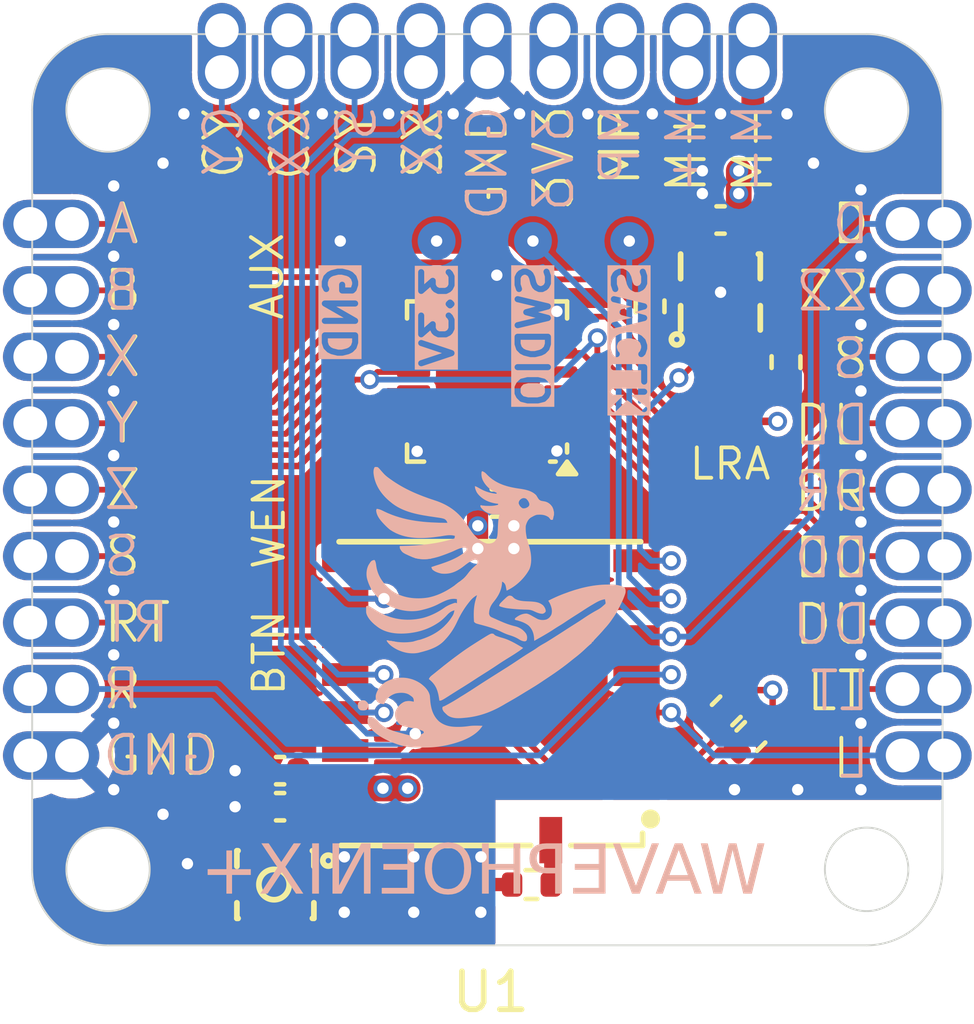
<source format=kicad_pcb>
(kicad_pcb (version 20240108) (generator "pcbnew") (generator_version "8.0")
  (layers (0 "F.Cu" signal) (1 "In1.Cu" power) (2 "In2.Cu" power) (31 "B.Cu" signal) (34 "B.Paste" user) (35 "F.Paste" user) (36 "B.SilkS" user "B.Silkscreen") (37 "F.SilkS" user "F.Silkscreen") (38 "B.Mask" user) (39 "F.Mask" user) (44 "Edge.Cuts" user))
  (net 0 "")
  (net 1 "GND")
  (net 2 "/EXT_ANT")
  (net 3 "/LRA")
  (net 4 "/SWDIO{slash}SI")
  (net 5 "+3V3")
  (net 6 "/R")
  (net 7 "/RT")
  (net 8 "/S")
  (net 9 "/Z")
  (net 10 "/Y")
  (net 11 "/X")
  (net 12 "/B")
  (net 13 "/A")
  (net 14 "/CY")
  (net 15 "/CX")
  (net 16 "/SY")
  (net 17 "/SX")
  (net 18 "/MP")
  (net 19 "/M+")
  (net 20 "/M-")
  (net 21 "/Z2")
  (net 22 "/DL")
  (net 23 "/DR")
  (net 24 "/DD")
  (net 25 "/DU")
  (net 26 "/LT")
  (net 27 "/L")
  (net 28 "/SDA")
  (net 29 "/SCL")
  (net 31 "/RUMBLE_PWM")
  (net 32 "/RUMBLE_EN")
  (net 34 "Net-(U1-EXT_ANT)")
  (net 35 "/SWCLK{slash}GPIO_INT")
  (net 36 "/BOOTSEL")
  (net 37 "/AUX")
  (net 38 "/WIRELESS_EN")
  (footprint "Resistor_SMD:R_0402_1005Metric" (layer "F.Cu") (at 148.95 96.5 -135)
    (property "Reference" "R2" (hide yes))
    (property "Value" "2.2K")
  )
  (footprint "project-footprints:2x1mm Castellated Pad" (layer "F.Cu") (at 153.5 88.25 -90)
    (property "Reference" "TP22")
    (property "Value" "DL")
  )
  (footprint "Capacitor_SMD:C_0402_1005Metric" (layer "F.Cu") (at 136.53707 98.35 180)
    (property "Reference" "C2" (hide yes))
    (property "Value" "10uF")
  )
  (footprint "project-footprints:2x1mm Castellated Pad" (layer "F.Cu") (at 140.25 78.45)
    (property "Reference" "TP13")
    (property "Value" "SX")
  )
  (footprint "project-footprints:SolderJumper-Small" (layer "F.Cu") (at 135 94.375 -90)
    (property "Reference" "JP1" (hide yes))
    (property "Value" "SolderJumper_2_Open")
  )
  (footprint "project-footprints:R_0402_DNP" (layer "F.Cu") (at 143.163238 100.4 180)
    (property "Reference" "R1" (hide yes))
    (property "Value" "0R")
  )
  (footprint "project-footprints:2x1mm Castellated Pad" (layer "F.Cu") (at 130.5 95.25 90)
    (property "Reference" "TP2")
    (property "Value" "R")
  )
  (footprint "project-footprints:TestPoint_Pad_D1.0mm" (layer "F.Cu") (at 135 84.4)
    (property "Reference" "TP32" (hide yes))
    (property "Value" "TestPoint")
  )
  (footprint "project-footprints:2x1mm Castellated Pad" (layer "F.Cu") (at 145.5 78.45)
    (property "Reference" "TP16")
    (property "Value" "MP")
  )
  (footprint "project-footprints:2x1mm Castellated Pad" (layer "F.Cu") (at 130.5 91.75 90)
    (property "Reference" "TP4")
    (property "Value" "S")
  )
  (footprint "project-footprints:2x1mm Castellated Pad" (layer "F.Cu") (at 130.5 93.5 90)
    (property "Reference" "TP3")
    (property "Value" "RT")
  )
  (footprint "project-footprints:2x1mm Castellated Pad" (layer "F.Cu") (at 138.5 78.45)
    (property "Reference" "TP12")
    (property "Value" "SY")
  )
  (footprint "project-footprints:2x1mm Castellated Pad" (layer "F.Cu") (at 142 78.45)
    (property "Reference" "TP14")
    (property "Value" "GND")
  )
  (footprint "project-footprints:2x1mm Castellated Pad" (layer "F.Cu") (at 130.5 84.75 90)
    (property "Reference" "TP8")
    (property "Value" "B")
  )
  (footprint "Capacitor_SMD:C_0402_1005Metric" (layer "F.Cu") (at 136.53707 97.4 180)
    (property "Reference" "C1" (hide yes))
    (property "Value" "0.1uF")
  )
  (footprint "Package_DFN_QFN:WQFN-24-1EP_4x4mm_P0.5mm_EP2.45x2.45mm" (layer "F.Cu") (at 141.993087 87.15 180)
    (property "Reference" "U2" (hide yes))
    (property "Value" "TCA9555RTWR")
  )
  (footprint "Resistor_SMD:R_0402_1005Metric" (layer "F.Cu") (at 148.3 95.825 -135)
    (property "Reference" "R3" (hide yes))
    (property "Value" "2.2K")
  )
  (footprint "project-footprints:2x1mm Castellated Pad" (layer "F.Cu") (at 153.5 95.25 -90)
    (property "Reference" "TP26")
    (property "Value" "LT")
  )
  (footprint "project-footprints:2x1mm Castellated Pad" (layer "F.Cu") (at 135 78.45)
    (property "Reference" "TP10")
    (property "Value" "CY")
  )
  (footprint "project-footprints:2x1mm Castellated Pad" (layer "F.Cu") (at 130.5 90 90)
    (property "Reference" "TP5")
    (property "Value" "Z")
  )
  (footprint "Resistor_SMD:R_0402_1005Metric" (layer "F.Cu") (at 146.29 85.17 90)
    (property "Reference" "R5" (hide yes))
    (property "Value" "10K")
  )
  (footprint "Capacitor_SMD:C_0402_1005Metric" (layer "F.Cu") (at 142.223087 90.35)
    (property "Reference" "C4" (hide yes))
    (property "Value" "0.1uF")
  )
  (footprint "project-footprints:SolderJumper-Small" (layer "F.Cu") (at 148.4 87.67409 -90)
    (property "Reference" "JP2" (hide yes))
    (property "Value" "SolderJumper_2_Open")
  )
  (footprint "project-footprints:IPEX-SMD_4P-L1.7-W1.7-LS2.0-L-4" (layer "F.Cu") (at 136.437439 100.4 180)
    (property "Reference" "J1" (hide yes))
    (property "Value" "Ext Ant")
  )
  (footprint "project-footprints:2x1mm Castellated Pad" (layer "F.Cu") (at 130.5 97 90)
    (property "Reference" "TP1")
    (property "Value" "GND")
  )
  (footprint "project-footprints:2x1mm Castellated Pad" (layer "F.Cu") (at 153.5 86.5 -90)
    (property "Reference" "TP21")
    (property "Value" "S")
  )
  (footprint "project-footprints:2x1mm Castellated Pad" (layer "F.Cu") (at 153.5 83 -90)
    (property "Reference" "TP19")
    (property "Value" "D")
  )
  (footprint "project-footprints:2x1mm Castellated Pad" (layer "F.Cu") (at 147.25 78.45)
    (property "Reference" "TP17")
    (property "Value" "M+")
  )
  (footprint "project-footprints:SolderJumper-Small" (layer "F.Cu") (at 135 90.8 -90)
    (property "Reference" "JP3" (hide yes))
    (property "Value" "SolderJumper_2_Open")
  )
  (footprint "project-footprints:2x1mm Castellated Pad" (layer "F.Cu") (at 143.75 78.45)
    (property "Reference" "TP15")
    (property "Value" "3V3")
  )
  (footprint "project-footprints:2x1mm Castellated Pad" (layer "F.Cu") (at 153.5 97 -90)
    (property "Reference" "TP27")
    (property "Value" "L")
  )
  (footprint "Capacitor_SMD:C_0402_1005Metric" (layer "F.Cu") (at 148.149371 82.896122 180)
    (property "Reference" "C3" (hide yes))
    (property "Value" "0.1uF")
  )
  (footprint "project-footprints:2x1mm Castellated Pad" (layer "F.Cu") (at 130.5 88.25 90)
    (property "Reference" "TP6")
    (property "Value" "Y")
  )
  (footprint "project-footprints:2x1mm Castellated Pad" (layer "F.Cu") (at 153.5 84.75 -90)
    (property "Reference" "TP20")
    (property "Value" "Z2")
  )
  (footprint "project-footprints:2x1mm Castellated Pad" (layer "F.Cu") (at 130.5 86.5 90)
    (property "Reference" "TP7")
    (property "Value" "X")
  )
  (footprint "project-footprints:QFN-10_L2.0-W2.0-P0.50-TL" (layer "F.Cu") (at 148.146208 84.792852 90)
    (property "Reference" "U3" (hide yes))
    (property "Value" "DRV2603RUNT")
  )
  (footprint "project-footprints:2x1mm Castellated Pad" (layer "F.Cu") (at 130.5 83 90)
    (property "Reference" "TP9")
    (property "Value" "A")
  )
  (footprint "project-footprints:2x1mm Castellated Pad" (layer "F.Cu") (at 149 78.45)
    (property "Reference" "TP18")
    (property "Value" "M-")
  )
  (footprint "Resistor_SMD:R_0402_1005Metric" (layer "F.Cu") (at 149.875 86.639091 90)
    (property "Reference" "R4" (hide yes))
    (property "Value" "10K")
  )
  (footprint "project-footprints:2x1mm Castellated Pad" (layer "F.Cu") (at 153.5 93.5 -90)
    (property "Reference" "TP25")
    (property "Value" "DU")
  )
  (footprint "project-footprints:2x1mm Castellated Pad" (layer "F.Cu") (at 153.5 90 -90)
    (property "Reference" "TP23")
    (property "Value" "DR")
  )
  (footprint "project-footprints:2x1mm Castellated Pad" (layer "F.Cu") (at 153.5 91.75 -90)
    (property "Reference" "TP24")
    (property "Value" "DD")
  )
  (footprint "project-footprints:RF-BM-BG22C3" (layer "F.Cu") (at 142.093238 95.55 180)
    (property "Reference" "U1")
    (property "Value" "RF-BM-BG22C3")
  )
  (footprint "project-footprints:2x1mm Castellated Pad" (layer "F.Cu") (at 136.75 78.45)
    (property "Reference" "TP11")
    (property "Value" "CX")
  )
  (footprint "project-footprints:TestPoint_Pad_D1.0mm" (layer "B.Cu") (at 145.742888 83.45 -90)
    (property "Reference" "TP31" (hide yes))
    (property "Value" "TestPoint")
  )
  (footprint "project-footprints:TestPoint_Pad_D1.0mm" (layer "B.Cu") (at 138.122888 83.45 -90)
    (property "Reference" "TP28" (hide yes))
    (property "Value" "TestPoint")
  )
  (footprint "project-footprints:TestPoint_Pad_D1.0mm" (layer "B.Cu") (at 140.662888 83.45 -90)
    (property "Reference" "TP29" (hide yes))
    (property "Value" "TestPoint")
  )
  (footprint "project-footprints:TestPoint_Pad_D1.0mm" (layer "B.Cu") (at 143.202888 83.45 -90)
    (property "Reference" "TP30" (hide yes))
    (property "Value" "TestPoint")
  )
  (gr_circle (center 132 80) (end 134 80) (stroke (width 0.01)) (fill none) (layer "F.Cu") (net 1))
  (gr_poly (pts (xy 140.537637 91.786111) (xy 140.524408 91.812569) (xy 140.497294 91.817475) (xy 140.470071 91.821533) (xy 140.442758 91.824761) (xy 140.415373 91.827176) (xy 140.387935 91.828797) (xy 140.360461 91.829642) (xy 140.332971 91.829729) (xy 140.305482 91.829075) (xy 140.278014 91.827699) (xy 140.250584 91.825618) (xy 140.223211 91.82285) (xy 140.195914 91.819414) (xy 140.16871 91.815326) (xy 140.141618 91.810607) (xy 140.114658 91.805272) (xy 140.087846 91.79934) (xy 140.087846 91.772881)) (stroke (width -0.000001)) (fill solid) (layer "B.SilkS"))
  (gr_poly (pts (xy 141.146179 93.175173) (xy 141.053575 93.188402) (xy 141.066804 93.135486) (xy 141.146179 93.135486)) (stroke (width -0.000001)) (fill solid) (layer "B.SilkS"))
  (gr_poly (pts (xy 138.7188 95.547762) (xy 138.725308 95.548088) (xy 138.732046 95.548641) (xy 138.746275 95.550408) (xy 138.761606 95.553016) (xy 138.778158 95.556423) (xy 138.791052 95.565172) (xy 138.80294 95.57356) (xy 138.808531 95.577727) (xy 138.8139 95.581934) (xy 138.819057 95.586225) (xy 138.824012 95.590643) (xy 138.828774 95.595233) (xy 138.833353 95.600036) (xy 138.837758 95.605098) (xy 138.842001 95.610461) (xy 138.84609 95.616169) (xy 138.850035 95.622265) (xy 138.853846 95.628794) (xy 138.857533 95.635798) (xy 138.858356 95.64788) (xy 138.858927 95.6594) (xy 138.859206 95.670415) (xy 138.859153 95.680986) (xy 138.858728 95.691171) (xy 138.857889 95.701028) (xy 138.856596 95.710617) (xy 138.854808 95.719997) (xy 138.852486 95.729226) (xy 138.849588 95.738363) (xy 138.846074 95.747466) (xy 138.841904 95.756596) (xy 138.837036 95.76581) (xy 138.831431 95.775168) (xy 138.825048 95.784727) (xy 138.817846 95.794548) (xy 138.808515 95.798845) (xy 138.799051 95.8025) (xy 138.789465 95.805553) (xy 138.77977 95.808042) (xy 138.769975 95.810004) (xy 138.760095 95.811477) (xy 138.750139 95.812501) (xy 138.74012 95.813114) (xy 138.730049 95.813352) (xy 138.719939 95.813256) (xy 138.7098 95.812862) (xy 138.699645 95.81221) (xy 138.679333 95.810282) (xy 138.659096 95.807777) (xy 138.645401 95.799237) (xy 138.639765 95.795627) (xy 138.634808 95.792326) (xy 138.630431 95.789238) (xy 138.62654 95.786267) (xy 138.623035 95.783315) (xy 138.619822 95.780285) (xy 138.616802 95.777081) (xy 138.613879 95.773606) (xy 138.610956 95.769763) (xy 138.607936 95.765454) (xy 138.604722 95.760584) (xy 138.601218 95.755054) (xy 138.59295 95.741631) (xy 138.591351 95.733872) (xy 138.589952 95.726238) (xy 138.588757 95.718711) (xy 138.587768 95.711275) (xy 138.586989 95.703911) (xy 138.58642 95.696601) (xy 138.586066 95.689328) (xy 138.585928 95.682073) (xy 138.58601 95.674819) (xy 138.586314 95.667548) (xy 138.586842 95.660243) (xy 138.587598 95.652884) (xy 138.588585 95.645456) (xy 138.589803 95.637939) (xy 138.591258 95.630316) (xy 138.59295 95.622569) (xy 138.603733 95.609337) (xy 138.614064 95.597525) (xy 138.624063 95.58709) (xy 138.628974 95.582375) (xy 138.633848 95.577987) (xy 138.638698 95.573921) (xy 138.643539 95.570171) (xy 138.648387 95.566731) (xy 138.653256 95.563597) (xy 138.658162 95.560763) (xy 138.663119 95.558222) (xy 138.668142 95.55597) (xy 138.673247 95.554001) (xy 138.678448 95.552308) (xy 138.683759 95.550888) (xy 138.689197 95.549734) (xy 138.694776 95.548841) (xy 138.700511 95.548202) (xy 138.706416 95.547813) (xy 138.712508 95.547668)) (stroke (width -0.000001)) (fill solid) (layer "B.SilkS"))
  (gr_poly (pts (xy 142.376491 93.016423) (xy 142.363262 93.082569) (xy 142.310346 93.056111) (xy 142.336804 93.003194)) (stroke (width -0.000001)) (fill solid) (layer "B.SilkS"))
  (gr_poly (pts (xy 140.868252 95.709695) (xy 140.867911 95.717084) (xy 140.867349 95.724156) (xy 140.86657 95.730956) (xy 140.865578 95.737529) (xy 140.864378 95.74392) (xy 140.862974 95.750175) (xy 140.861371 95.756339) (xy 140.859574 95.762456) (xy 140.857585 95.768572) (xy 140.855411 95.774733) (xy 140.853056 95.780982) (xy 140.847818 95.79393) (xy 140.841908 95.807777) (xy 140.81545 95.781319) (xy 140.818447 95.760751) (xy 140.819636 95.753413) (xy 140.820824 95.747006) (xy 140.822168 95.740753) (xy 140.823821 95.73388) (xy 140.828679 95.715173) (xy 140.868366 95.701944)) (stroke (width -0.000001)) (fill solid) (layer "B.SilkS"))
  (gr_poly (pts (xy 142.602665 92.789914) (xy 142.615208 92.792235) (xy 142.644175 92.800002) (xy 142.651948 92.806001) (xy 142.658183 92.810903) (xy 142.660927 92.813126) (xy 142.663531 92.815296) (xy 142.666076 92.817485) (xy 142.668644 92.819769) (xy 142.671316 92.822219) (xy 142.674174 92.82491) (xy 142.680772 92.831308) (xy 142.68909 92.839553) (xy 142.699779 92.850232) (xy 142.710685 92.858956) (xy 142.722064 92.86707) (xy 142.733892 92.874597) (xy 142.746141 92.881561) (xy 142.771802 92.893895) (xy 142.798839 92.904263) (xy 142.827046 92.912855) (xy 142.856216 92.919863) (xy 142.88614 92.925477) (xy 142.916612 92.929887) (xy 142.947425 92.933285) (xy 142.978371 92.935861) (xy 143.039833 92.939311) (xy 143.099342 92.941761) (xy 143.155239 92.944738) (xy 143.200996 92.948375) (xy 143.243953 92.953013) (xy 143.264545 92.955959) (xy 143.284631 92.959458) (xy 143.304278 92.963611) (xy 143.323549 92.968517) (xy 143.342511 92.974279) (xy 143.361228 92.980996) (xy 143.379765 92.98877) (xy 143.398188 92.997701) (xy 143.416561 93.007891) (xy 143.434949 93.019439) (xy 143.453418 93.032447) (xy 143.472032 93.047016) (xy 143.479179 93.055926) (xy 143.486091 93.064846) (xy 143.492734 93.0738) (xy 143.49908 93.082815) (xy 143.505096 93.091916) (xy 143.510751 93.101127) (xy 143.516015 93.110475) (xy 143.520856 93.119985) (xy 143.525244 93.129682) (xy 143.529147 93.139592) (xy 143.532535 93.14974) (xy 143.535377 93.160151) (xy 143.537641 93.170851) (xy 143.539296 93.181865) (xy 143.540312 93.193219) (xy 143.540658 93.204939) (xy 143.536755 93.211491) (xy 143.532853 93.21748) (xy 143.528922 93.222952) (xy 143.52493 93.227952) (xy 143.520849 93.232526) (xy 143.516646 93.236719) (xy 143.512293 93.240578) (xy 143.507758 93.244148) (xy 143.503011 93.247474) (xy 143.498021 93.250602) (xy 143.492758 93.253579) (xy 143.487192 93.256449) (xy 143.481291 93.259258) (xy 143.475027 93.262052) (xy 143.461283 93.267777) (xy 143.444315 93.267623) (xy 143.42768 93.26658) (xy 143.411346 93.264708) (xy 143.395283 93.262071) (xy 143.379458 93.258731) (xy 143.363841 93.25475) (xy 143.3484 93.25019) (xy 143.333104 93.245113) (xy 143.317921 93.239582) (xy 143.302822 93.233659) (xy 143.272744 93.220884) (xy 143.212203 93.193363) (xy 143.201701 93.188943) (xy 143.191425 93.184887) (xy 143.181334 93.181184) (xy 143.171389 93.177819) (xy 143.161547 93.17478) (xy 143.151769 93.172055) (xy 143.142013 93.169629) (xy 143.13224 93.16749) (xy 143.122408 93.165626) (xy 143.112478 93.164022) (xy 143.102408 93.162666) (xy 143.092158 93.161546) (xy 143.081687 93.160647) (xy 143.070955 93.159958) (xy 143.048543 93.159153) (xy 143.007147 93.158101) (xy 142.962709 93.156983) (xy 142.870219 93.153196) (xy 142.77804 93.147667) (xy 142.732015 93.144182) (xy 142.686005 93.140181) (xy 142.639989 93.135637) (xy 142.593946 93.130525) (xy 142.553267 93.125958) (xy 142.523381 93.121827) (xy 142.49406 93.116947) (xy 142.465191 93.111272) (xy 142.436657 93.104754) (xy 142.408343 93.097349) (xy 142.380135 93.089009) (xy 142.351917 93.079688) (xy 142.323575 93.06934) (xy 142.323614 93.05182) (xy 142.323887 93.038318) (xy 142.324185 93.03278) (xy 142.324629 93.027893) (xy 142.325249 93.023539) (xy 142.326074 93.019601) (xy 142.327134 93.015961) (xy 142.328457 93.012502) (xy 142.330073 93.009105) (xy 142.332012 93.005652) (xy 142.334302 93.002026) (xy 142.336972 92.998109) (xy 142.343574 92.988931) (xy 142.414416 92.918433) (xy 142.468708 92.865758) (xy 142.490748 92.845412) (xy 142.509972 92.828691) (xy 142.52682 92.81532) (xy 142.541732 92.80502) (xy 142.555148 92.797515) (xy 142.561433 92.794725) (xy 142.567509 92.792529) (xy 142.573432 92.790894) (xy 142.579256 92.789785) (xy 142.585036 92.789167) (xy 142.590827 92.789005)) (stroke (width -0.000001)) (fill solid) (layer "B.SilkS"))
  (gr_poly (pts (xy 141.9267 90.423507) (xy 141.887012 90.516111) (xy 141.867375 90.497869) (xy 141.86027 90.491112) (xy 141.853939 90.484898) (xy 141.847609 90.478452) (xy 141.840503 90.470997) (xy 141.820866 90.449965) (xy 141.820866 90.410277)) (stroke (width -0.000001)) (fill solid) (layer "B.SilkS"))
  (gr_poly (pts (xy 145.271308 92.497904) (xy 145.323335 92.499721) (xy 145.349072 92.501384) (xy 145.374613 92.503666) (xy 145.399952 92.506656) (xy 145.425081 92.510441) (xy 145.449993 92.515109) (xy 145.474679 92.520747) (xy 145.499132 92.527443) (xy 145.523344 92.535285) (xy 145.547308 92.54436) (xy 145.571017 92.554756) (xy 145.594463 92.56656) (xy 145.617637 92.579861) (xy 145.623446 92.588892) (xy 145.628473 92.597399) (xy 145.632766 92.605471) (xy 145.636376 92.6132) (xy 145.63935 92.620676) (xy 145.641738 92.627989) (xy 145.643587 92.635231) (xy 145.644948 92.642493) (xy 145.645869 92.649864) (xy 145.646399 92.657435) (xy 145.646586 92.665298) (xy 145.646479 92.673543) (xy 145.646128 92.68226) (xy 145.645581 92.69154) (xy 145.644095 92.712152) (xy 145.64041 92.724865) (xy 145.63665 92.737352) (xy 145.63279 92.749667) (xy 145.628801 92.761865) (xy 145.624657 92.773997) (xy 145.62033 92.786119) (xy 145.615794 92.798284) (xy 145.611022 92.810544) (xy 145.600377 92.838072) (xy 145.586007 92.873252) (xy 145.571002 92.908097) (xy 145.555421 92.942649) (xy 145.539324 92.976946) (xy 145.522768 93.011029) (xy 145.505813 93.044937) (xy 145.470941 93.112393) (xy 145.463311 93.127174) (xy 145.455798 93.142014) (xy 145.441007 93.171814) (xy 145.424173 93.20366) (xy 145.406479 93.234901) (xy 145.388036 93.265633) (xy 145.368959 93.29595) (xy 145.34936 93.325946) (xy 145.329352 93.355715) (xy 145.288561 93.414952) (xy 145.26543 93.448451) (xy 145.244874 93.476975) (xy 145.223843 93.504918) (xy 145.20235 93.532357) (xy 145.18041 93.559367) (xy 145.158038 93.586026) (xy 145.135247 93.612409) (xy 145.112053 93.638592) (xy 145.088471 93.664652) (xy 145.067754 93.688591) (xy 145.047129 93.712608) (xy 145.026056 93.736567) (xy 145.004756 93.760318) (xy 144.961614 93.807326) (xy 144.917981 93.853886) (xy 144.874136 93.900252) (xy 144.8505 93.92536) (xy 144.829194 93.947881) (xy 144.82215 93.955585) (xy 144.816567 93.961834) (xy 144.814158 93.964635) (xy 144.811916 93.967339) (xy 144.809776 93.970035) (xy 144.807671 93.972811) (xy 144.805536 93.975758) (xy 144.803304 93.978963) (xy 144.80091 93.982516) (xy 144.798288 93.986506) (xy 144.792096 93.996151) (xy 144.7842 94.008611) (xy 144.757741 94.008611) (xy 144.757741 94.035069) (xy 144.752355 94.040498) (xy 144.74801 94.044823) (xy 144.744232 94.048469) (xy 144.740546 94.051864) (xy 144.736477 94.055433) (xy 144.731551 94.059602) (xy 144.717227 94.071449) (xy 144.69998 94.086196) (xy 144.6829 94.10108) (xy 144.665969 94.116096) (xy 144.649169 94.131239) (xy 144.615884 94.161887) (xy 144.582897 94.192986) (xy 144.547829 94.225817) (xy 144.512435 94.258005) (xy 144.476687 94.289599) (xy 144.440552 94.320648) (xy 144.404 94.351203) (xy 144.367001 94.381314) (xy 144.329523 94.411029) (xy 144.291536 94.440399) (xy 144.267827 94.458952) (xy 144.244292 94.477714) (xy 144.197494 94.515589) (xy 144.117653 94.579109) (xy 144.036875 94.641149) (xy 143.955224 94.70186) (xy 143.872764 94.761394) (xy 143.789562 94.819902) (xy 143.705681 94.877535) (xy 143.536143 94.990786) (xy 143.491661 95.020395) (xy 143.447382 95.050304) (xy 143.39678 95.084219) (xy 143.345809 95.117508) (xy 143.242956 95.182582) (xy 143.139216 95.246263) (xy 143.034985 95.309287) (xy 142.985215 95.339599) (xy 142.935579 95.37013) (xy 142.831215 95.433655) (xy 142.726174 95.495918) (xy 142.620522 95.557144) (xy 142.514325 95.617563) (xy 142.492976 95.629809) (xy 142.471699 95.642165) (xy 142.429305 95.667166) (xy 142.368207 95.702278) (xy 142.306792 95.735714) (xy 142.24502 95.767441) (xy 142.182849 95.797427) (xy 142.12024 95.825639) (xy 142.05715 95.852044) (xy 141.993541 95.876609) (xy 141.92937 95.899302) (xy 141.864597 95.92009) (xy 141.799182 95.938941) (xy 141.733083 95.955821) (xy 141.666261 95.970698) (xy 141.598674 95.983539) (xy 141.530282 95.994312) (xy 141.461043 96.002984) (xy 141.390919 96.009522) (xy 141.345495 96.013656) (xy 141.294753 96.016901) (xy 141.268914 96.01788) (xy 141.24288 96.018289) (xy 141.216742 96.018022) (xy 141.190587 96.016972) (xy 141.164506 96.015033) (xy 141.138587 96.012099) (xy 141.112918 96.008064) (xy 141.08759 96.002822) (xy 141.062691 95.996266) (xy 141.038309 95.98829) (xy 141.014534 95.978789) (xy 140.991455 95.967656) (xy 140.969161 95.954785) (xy 140.947741 95.940069) (xy 140.907008 95.902146) (xy 140.890494 95.886428) (xy 140.876289 95.872459) (xy 140.8642 95.859929) (xy 140.854034 95.848529) (xy 140.845595 95.837947) (xy 140.838692 95.827874) (xy 140.835755 95.822931) (xy 140.833128 95.818) (xy 140.830789 95.81304) (xy 140.828712 95.808014) (xy 140.826874 95.802883) (xy 140.825249 95.797607) (xy 140.822546 95.786469) (xy 140.820408 95.77429) (xy 140.818642 95.760759) (xy 140.81545 95.728402) (xy 140.835164 95.718358) (xy 140.888924 95.690515) (xy 140.942249 95.662211) (xy 140.995159 95.633383) (xy 141.047677 95.603972) (xy 141.099822 95.573916) (xy 141.151618 95.543155) (xy 141.203083 95.511629) (xy 141.254241 95.479276) (xy 141.291981 95.455493) (xy 141.329922 95.432036) (xy 141.40606 95.385529) (xy 141.490476 95.332585) (xy 141.574441 95.278952) (xy 141.741491 95.170297) (xy 141.835952 95.108896) (xy 141.9307 95.047971) (xy 142.121029 94.927398) (xy 142.308937 94.808791) (xy 142.385427 94.760549) (xy 142.462068 94.712547) (xy 142.561657 94.649509) (xy 142.660561 94.585497) (xy 142.758937 94.520675) (xy 142.856943 94.455212) (xy 142.935231 94.403255) (xy 143.014027 94.352226) (xy 143.093469 94.302206) (xy 143.173694 94.253279) (xy 143.210809 94.230579) (xy 143.229156 94.219029) (xy 143.247372 94.207311) (xy 143.265464 94.195401) (xy 143.28344 94.183273) (xy 143.301306 94.170903) (xy 143.319069 94.158265) (xy 143.339758 94.143742) (xy 143.360669 94.129744) (xy 143.38179 94.1162) (xy 143.403115 94.103036) (xy 143.424632 94.090178) (xy 143.446334 94.077553) (xy 143.490251 94.05271) (xy 143.528562 94.030751) (xy 143.566563 94.008291) (xy 143.641839 93.96219) (xy 143.716478 93.915042) (xy 143.790882 93.867482) (xy 143.892885 93.802732) (xy 143.995933 93.736532) (xy 144.098696 93.669891) (xy 144.160155 93.630354) (xy 144.221811 93.591136) (xy 144.345486 93.513263) (xy 144.399814 93.478613) (xy 144.453782 93.443465) (xy 144.50747 93.407889) (xy 144.560958 93.371957) (xy 144.593221 93.350434) (xy 144.625647 93.329279) (xy 144.658239 93.308466) (xy 144.691004 93.287965) (xy 144.757068 93.247787) (xy 144.823878 93.208517) (xy 144.876593 93.179802) (xy 144.917821 93.15677) (xy 144.935192 93.146633) (xy 144.95097 93.137016) (xy 144.965582 93.127616) (xy 144.979453 93.118133) (xy 144.99301 93.108266) (xy 145.006679 93.097715) (xy 145.020887 93.086179) (xy 145.03606 93.073357) (xy 145.071006 93.042652) (xy 145.114929 93.003194) (xy 145.116093 92.992763) (xy 145.116885 92.984541) (xy 145.117128 92.981029) (xy 145.117264 92.977792) (xy 145.117287 92.974739) (xy 145.117192 92.971778) (xy 145.116975 92.968817) (xy 145.116631 92.965764) (xy 145.116154 92.962527) (xy 145.115541 92.959013) (xy 145.113884 92.950789) (xy 145.111621 92.940355) (xy 145.101699 92.884131) (xy 145.083039 92.887491) (xy 145.06492 92.891314) (xy 145.047287 92.895592) (xy 145.030085 92.900317) (xy 145.013259 92.905483) (xy 144.996752 92.91108) (xy 144.98051 92.917102) (xy 144.964478 92.923541) (xy 144.9486 92.930389) (xy 144.93282 92.937638) (xy 144.901336 92.953311) (xy 144.869582 92.970498) (xy 144.837116 92.989138) (xy 144.796554 93.012525) (xy 144.756716 93.035947) (xy 144.717132 93.05971) (xy 144.638625 93.108184) (xy 144.560832 93.157794) (xy 144.483552 93.208388) (xy 144.439447 93.236997) (xy 144.395147 93.265302) (xy 144.306296 93.321521) (xy 144.236501 93.366057) (xy 144.167016 93.411015) (xy 144.097843 93.456451) (xy 144.028987 93.502421) (xy 144.00919 93.51557) (xy 143.989306 93.52852) (xy 143.949269 93.553886) (xy 143.908851 93.578639) (xy 143.868028 93.602899) (xy 143.839847 93.620313) (xy 143.811923 93.63807) (xy 143.784163 93.656082) (xy 143.756471 93.674264) (xy 143.707798 93.705812) (xy 143.658792 93.7367) (xy 143.609477 93.767003) (xy 143.559876 93.796793) (xy 143.459903 93.855139) (xy 143.359054 93.912331) (xy 143.297649 93.947116) (xy 143.236387 93.982152) (xy 143.235354 93.949183) (xy 143.233693 93.922144) (xy 143.231452 93.895931) (xy 143.228553 93.870491) (xy 143.22492 93.845769) (xy 143.220474 93.821713) (xy 143.21514 93.798268) (xy 143.208841 93.775383) (xy 143.201498 93.753002) (xy 143.193036 93.731074) (xy 143.183377 93.709544) (xy 143.172445 93.688359) (xy 143.160162 93.667466) (xy 143.146451 93.646811) (xy 143.131235 93.626341) (xy 143.114438 93.606003) (xy 143.095982 93.585742) (xy 143.07641 93.569922) (xy 143.056199 93.555221) (xy 143.035398 93.541566) (xy 143.014057 93.528885) (xy 142.992225 93.517106) (xy 142.969951 93.506158) (xy 142.947283 93.495969) (xy 142.924271 93.486466) (xy 142.900964 93.477578) (xy 142.877411 93.469233) (xy 142.829764 93.453882) (xy 142.781722 93.439839) (xy 142.733679 93.426527) (xy 142.733679 93.38684) (xy 142.749442 93.373322) (xy 142.765722 93.360348) (xy 142.782493 93.347967) (xy 142.79973 93.336227) (xy 142.817409 93.325176) (xy 142.835503 93.314861) (xy 142.853988 93.30533) (xy 142.872838 93.296632) (xy 142.892028 93.288815) (xy 142.911532 93.281925) (xy 142.931327 93.276012) (xy 142.951386 93.271122) (xy 142.971684 93.267305) (xy 142.992196 93.264608) (xy 143.012896 93.263078) (xy 143.033761 93.262764) (xy 143.045556 93.264995) (xy 143.057147 93.267765) (xy 143.068548 93.271032) (xy 143.079776 93.274755) (xy 143.090846 93.278891) (xy 143.101773 93.2834) (xy 143.112573 93.288238) (xy 143.123261 93.293364) (xy 143.144366 93.304312) (xy 143.165211 93.315909) (xy 143.206621 93.339711) (xy 143.280002 93.380174) (xy 143.31239 93.398438) (xy 143.326617 93.405068) (xy 143.341164 93.410959) (xy 143.355994 93.416113) (xy 143.37107 93.420533) (xy 143.386355 93.424224) (xy 143.401812 93.427186) (xy 143.417404 93.429424) (xy 143.433095 93.430942) (xy 143.448846 93.431741) (xy 143.464622 93.431825) (xy 143.480385 93.431196) (xy 143.496098 93.429859) (xy 143.511724 93.427817) (xy 143.527226 93.425071) (xy 143.542568 93.421626) (xy 143.557711 93.417484) (xy 143.569138 93.412111) (xy 143.579906 93.406592) (xy 143.590059 93.400892) (xy 143.599641 93.394977) (xy 143.608696 93.38881) (xy 143.617268 93.382356) (xy 143.625402 93.375579) (xy 143.633142 93.368445) (xy 143.640532 93.360917) (xy 143.647617 93.352961) (xy 143.65444 93.344541) (xy 143.661045 93.335621) (xy 143.667478 93.326165) (xy 143.673781 93.31614) (xy 143.68 93.305509) (xy 143.686179 93.294236) (xy 143.692142 93.274192) (xy 143.696633 93.254389) (xy 143.699726 93.234804) (xy 143.701496 93.215415) (xy 143.702017 93.1962) (xy 143.701362 93.177136) (xy 143.699606 93.158202) (xy 143.696824 93.139375) (xy 143.693088 93.120634) (xy 143.688474 93.101955) (xy 143.683056 93.083317) (xy 143.676907 93.064698) (xy 143.670102 93.046075) (xy 143.662715 93.027427) (xy 143.646491 92.989965) (xy 143.626763 92.956823) (xy 143.606804 92.923819) (xy 143.65356 92.899917) (xy 143.700459 92.876724) (xy 143.747557 92.854229) (xy 143.794909 92.83242) (xy 143.842571 92.811288) (xy 143.890598 92.790821) (xy 143.939045 92.771009) (xy 143.987969 92.75184) (xy 144.014709 92.741536) (xy 144.154445 92.690312) (xy 144.295873 92.643609) (xy 144.438864 92.602138) (xy 144.510907 92.583584) (xy 144.583292 92.566604) (xy 144.656005 92.551285) (xy 144.729028 92.537716) (xy 144.802347 92.525986) (xy 144.875944 92.516182) (xy 144.949805 92.508394) (xy 145.023913 92.502709) (xy 145.098252 92.499217) (xy 145.172806 92.498005) (xy 145.218591 92.497514)) (stroke (width -0.000001)) (fill solid) (layer "B.SilkS"))
  (gr_poly (pts (xy 139.06882 89.400588) (xy 139.072872 89.400791) (xy 139.077288 89.40113) (xy 139.082184 89.401605) (xy 139.093879 89.402962) (xy 139.108887 89.404861) (xy 139.115255 89.409938) (xy 139.121457 89.415147) (xy 139.127506 89.420482) (xy 139.133416 89.425933) (xy 139.1392 89.431493) (xy 139.14487 89.437153) (xy 139.155921 89.448741) (xy 139.166674 89.460631) (xy 139.177233 89.472759) (xy 139.198184 89.497465) (xy 139.222889 89.525103) (xy 139.24769 89.552655) (xy 139.271862 89.57945) (xy 139.280671 89.588714) (xy 139.289612 89.597759) (xy 139.298679 89.6066) (xy 139.30787 89.61525) (xy 139.31718 89.623722) (xy 139.326606 89.632031) (xy 139.345789 89.648212) (xy 139.365389 89.663903) (xy 139.385376 89.679214) (xy 139.405719 89.694253) (xy 139.426387 89.709132) (xy 139.448989 89.725423) (xy 139.516425 89.772485) (xy 139.584548 89.817442) (xy 139.653361 89.860391) (xy 139.722867 89.901428) (xy 139.793069 89.940649) (xy 139.86397 89.97815) (xy 139.935574 90.014029) (xy 140.007883 90.048381) (xy 140.0809 90.081303) (xy 140.154628 90.112891) (xy 140.30423 90.172453) (xy 140.456714 90.227836) (xy 140.612103 90.279814) (xy 140.686525 90.305393) (xy 140.75804 90.333193) (xy 140.826755 90.363284) (xy 140.892778 90.395736) (xy 140.956215 90.430619) (xy 141.017173 90.468001) (xy 141.075758 90.507954) (xy 141.132078 90.550546) (xy 141.18624 90.595847) (xy 141.23835 90.643928) (xy 141.288515 90.694857) (xy 141.336842 90.748705) (xy 141.383437 90.805541) (xy 141.428409 90.865436) (xy 141.471862 90.928457) (xy 141.513905 90.994677) (xy 141.535536 91.029355) (xy 141.557816 91.063388) (xy 141.580818 91.096676) (xy 141.604617 91.129118) (xy 141.629288 91.160613) (xy 141.654907 91.191059) (xy 141.681547 91.220357) (xy 141.709283 91.248405) (xy 141.738191 91.275102) (xy 141.768345 91.300348) (xy 141.799819 91.324042) (xy 141.832688 91.346082) (xy 141.867028 91.366368) (xy 141.902913 91.384799) (xy 141.940417 91.401275) (xy 141.979616 91.415694) (xy 142.007133 91.417925) (xy 142.020395 91.418551) (xy 142.033369 91.418792) (xy 142.046086 91.418607) (xy 142.058578 91.417951) (xy 142.070876 91.416781) (xy 142.083012 91.415054) (xy 142.095018 91.412728) (xy 142.106925 91.409758) (xy 142.118764 91.406101) (xy 142.130567 91.401714) (xy 142.142366 91.396555) (xy 142.154193 91.390579) (xy 142.166078 91.383744) (xy 142.178054 91.376007) (xy 142.186061 91.368456) (xy 142.193583 91.360815) (xy 142.200636 91.353081) (xy 142.207235 91.345256) (xy 142.213398 91.337338) (xy 142.21914 91.329327) (xy 142.224478 91.321222) (xy 142.229428 91.313022) (xy 142.234006 91.304728) (xy 142.238229 91.296338) (xy 142.245674 91.279268) (xy 142.251893 91.26181) (xy 142.257015 91.243957) (xy 142.261172 91.225706) (xy 142.264494 91.207053) (xy 142.26711 91.187992) (xy 142.269152 91.168518) (xy 142.27203 91.128317) (xy 142.274172 91.086412) (xy 142.276511 91.032338) (xy 142.278681 90.978256) (xy 142.282673 90.894997) (xy 142.285621 90.853195) (xy 142.28966 90.811476) (xy 142.295133 90.769988) (xy 142.298514 90.749378) (xy 142.302382 90.728881) (xy 142.306779 90.708517) (xy 142.311748 90.688303) (xy 142.317332 90.668259) (xy 142.323575 90.648402) (xy 142.284817 90.649798) (xy 142.227459 90.650065) (xy 142.199933 90.649307) (xy 142.173109 90.6478) (xy 142.146932 90.645429) (xy 142.121353 90.642079) (xy 142.096319 90.637634) (xy 142.071778 90.631979) (xy 142.04768 90.624999) (xy 142.023971 90.616578) (xy 142.0006 90.606601) (xy 141.977516 90.594953) (xy 141.954667 90.581518) (xy 141.932001 90.566181) (xy 141.909467 90.548827) (xy 141.887012 90.52934) (xy 141.865179 90.507245) (xy 141.856345 90.498104) (xy 141.848772 90.490001) (xy 141.84236 90.482762) (xy 141.837015 90.476213) (xy 141.832639 90.470179) (xy 141.830784 90.467301) (xy 141.829134 90.464486) (xy 141.827679 90.461712) (xy 141.826405 90.458959) (xy 141.825301 90.456203) (xy 141.824354 90.453424) (xy 141.823553 90.450599) (xy 141.822885 90.447706) (xy 141.8219 90.441632) (xy 141.821302 90.435026) (xy 141.820995 90.427715) (xy 141.820866 90.410277) (xy 141.866393 90.416737) (xy 141.888727 90.419265) (xy 141.911008 90.421318) (xy 141.93326 90.422936) (xy 141.955509 90.424162) (xy 141.977777 90.425038) (xy 142.000088 90.425606) (xy 142.044935 90.425987) (xy 142.076452 90.426013) (xy 142.103326 90.425428) (xy 142.129641 90.424119) (xy 142.155541 90.422016) (xy 142.181171 90.419046) (xy 142.206675 90.415136) (xy 142.2322 90.410215) (xy 142.257889 90.40421) (xy 142.283887 90.397048) (xy 142.283887 90.37059) (xy 142.251848 90.367128) (xy 142.215067 90.361776) (xy 142.19083 90.357361) (xy 142.826283 90.357361) (xy 142.830274 90.368574) (xy 142.834472 90.379303) (xy 142.83891 90.389569) (xy 142.843615 90.39939) (xy 142.84862 90.408786) (xy 142.853955 90.417776) (xy 142.85965 90.426381) (xy 142.865735 90.434618) (xy 142.872241 90.442509) (xy 142.879198 90.450071) (xy 142.886636 90.457326) (xy 142.894587 90.464291) (xy 142.90308 90.470987) (xy 142.912145 90.477433) (xy 142.921814 90.483648) (xy 142.932116 90.489652) (xy 142.943052 90.490559) (xy 142.953522 90.491008) (xy 142.963574 90.490997) (xy 142.973258 90.490527) (xy 142.982623 90.489593) (xy 142.991716 90.488196) (xy 143.000587 90.486332) (xy 143.009284 90.484001) (xy 143.017857 90.481201) (xy 143.026354 90.477929) (xy 143.034823 90.474185) (xy 143.043313 90.469966) (xy 143.051874 90.465271) (xy 143.060553 90.460098) (xy 143.069401 90.454445) (xy 143.078464 90.448311) (xy 143.088227 90.436111) (xy 143.092168 90.430995) (xy 143.095536 90.426372) (xy 143.09837 90.422119) (xy 143.099599 90.420093) (xy 143.10071 90.418114) (xy 143.101707 90.416166) (xy 143.102596 90.414235) (xy 143.103382 90.412304) (xy 143.104069 90.410359) (xy 143.104662 90.408385) (xy 143.105167 90.406365) (xy 143.105589 90.404285) (xy 143.105932 90.40213) (xy 143.106202 90.399883) (xy 143.106403 90.397531) (xy 143.10662 90.392446) (xy 143.106624 90.386753) (xy 143.106453 90.38033) (xy 143.105749 90.364802) (xy 143.102305 90.35437) (xy 143.098769 90.344605) (xy 143.095114 90.335437) (xy 143.091315 90.326796) (xy 143.087344 90.318609) (xy 143.083175 90.310806) (xy 143.078781 90.303316) (xy 143.074135 90.296069) (xy 143.069212 90.288993) (xy 143.063983 90.282017) (xy 143.058423 90.275071) (xy 143.052505 90.268083) (xy 143.046203 90.260983) (xy 143.039489 90.253699) (xy 143.024721 90.238298) (xy 143.018293 90.235222) (xy 143.011961 90.232467) (xy 143.005721 90.230028) (xy 142.99957 90.227902) (xy 142.993506 90.226084) (xy 142.987526 90.224569) (xy 142.981628 90.223354) (xy 142.975809 90.222435) (xy 142.970065 90.221807) (xy 142.964395 90.221465) (xy 142.958795 90.221407) (xy 142.953263 90.221627) (xy 142.947797 90.222121) (xy 142.942393 90.222885) (xy 142.937049 90.223915) (xy 142.931762 90.225206) (xy 142.926529 90.226755) (xy 142.921348 90.228556) (xy 142.916217 90.230607) (xy 142.911131 90.232902) (xy 142.901089 90.23821) (xy 142.8912 90.244445) (xy 142.881442 90.251574) (xy 142.871794 90.259563) (xy 142.862234 90.268378) (xy 142.852741 90.277986) (xy 142.84549 90.290334) (xy 142.842539 90.295492) (xy 142.839986 90.300129) (xy 142.837792 90.304359) (xy 142.835918 90.3083) (xy 142.834326 90.312067) (xy 142.832978 90.315778) (xy 142.831833 90.319548) (xy 142.830854 90.323493) (xy 142.830001 90.32773) (xy 142.829237 90.332375) (xy 142.828522 90.337544) (xy 142.827817 90.343354) (xy 142.826283 90.357361) (xy 142.19083 90.357361) (xy 142.178793 90.355168) (xy 142.143067 90.347263) (xy 142.107932 90.338021) (xy 142.07343 90.327404) (xy 142.039603 90.315372) (xy 142.006493 90.301884) (xy 141.974143 90.286902) (xy 141.942594 90.270386) (xy 141.911889 90.252295) (xy 141.882071 90.232592) (xy 141.85318 90.211235) (xy 141.82526 90.188186) (xy 141.798353 90.163405) (xy 141.7725 90.136852) (xy 141.747744 90.108487) (xy 141.740267 90.097134) (xy 141.733023 90.085603) (xy 141.726046 90.073898) (xy 141.719372 90.062023) (xy 141.713034 90.049981) (xy 141.707066 90.037776) (xy 141.701503 90.025411) (xy 141.69638 90.012891) (xy 141.691731 90.000219) (xy 141.68759 89.987398) (xy 141.683992 89.974433) (xy 141.680971 89.961327) (xy 141.678562 89.948084) (xy 141.676798 89.934708) (xy 141.675714 89.921201) (xy 141.675346 89.907569) (xy 141.692724 89.914219) (xy 141.709735 89.921283) (xy 141.726444 89.928742) (xy 141.742918 89.936577) (xy 141.759223 89.94477) (xy 141.775426 89.953302) (xy 141.791592 89.962155) (xy 141.807789 89.971309) (xy 141.833583 89.985515) (xy 141.859479 89.998929) (xy 141.885497 90.011555) (xy 141.911659 90.023397) (xy 141.937984 90.03446) (xy 141.964493 90.044749) (xy 141.991206 90.054268) (xy 142.018144 90.06302) (xy 142.045327 90.071012) (xy 142.072776 90.078246) (xy 142.100512 90.084728) (xy 142.128554 90.090462) (xy 142.156923 90.095453) (xy 142.185641 90.099704) (xy 142.214726 90.10322) (xy 142.2442 90.106007) (xy 142.2442 90.079548) (xy 142.215468 90.069213) (xy 142.18808 90.056597) (xy 142.161179 90.042588) (xy 142.134832 90.027246) (xy 142.109105 90.010634) (xy 142.084065 89.992815) (xy 142.059779 89.973848) (xy 142.036311 89.953798) (xy 142.01373 89.932725) (xy 141.992102 89.910691) (xy 141.971492 89.887759) (xy 141.951968 89.86399) (xy 141.933596 89.839447) (xy 141.916442 89.81419) (xy 141.900573 89.788283) (xy 141.886056 89.761787) (xy 141.872956 89.734763) (xy 141.868299 89.721924) (xy 141.864087 89.709378) (xy 141.860312 89.697078) (xy 141.856965 89.684973) (xy 141.85404 89.673015) (xy 141.851527 89.661155) (xy 141.849418 89.649344) (xy 141.847707 89.637533) (xy 141.846384 89.625673) (xy 141.845441 89.613714) (xy 141.844871 89.601608) (xy 141.844665 89.589305) (xy 141.844816 89.576758) (xy 141.845314 89.563916) (xy 141.846153 89.55073) (xy 141.847325 89.537152) (xy 141.860554 89.510694) (xy 141.871573 89.514356) (xy 141.881967 89.518295) (xy 141.891797 89.522515) (xy 141.901121 89.527025) (xy 141.91 89.531828) (xy 141.918492 89.536932) (xy 141.926659 89.542342) (xy 141.934559 89.548064) (xy 141.942252 89.554104) (xy 141.949798 89.560467) (xy 141.957257 89.56716) (xy 141.964687 89.574189) (xy 141.979704 89.589277) (xy 141.995326 89.605779) (xy 142.040373 89.64965) (xy 142.086943 89.689866) (xy 142.134971 89.726614) (xy 142.184387 89.760084) (xy 142.235125 89.790461) (xy 142.287119 89.817934) (xy 142.3403 89.84269) (xy 142.394601 89.864918) (xy 142.449956 89.884804) (xy 142.506297 89.902537) (xy 142.563557 89.918303) (xy 142.621669 89.932291) (xy 142.680565 89.944688) (xy 142.740179 89.955683) (xy 142.800443 89.965461) (xy 142.861291 89.974212) (xy 142.918474 89.983117) (xy 142.976352 89.994071) (xy 143.005279 90.000556) (xy 143.034052 90.00784) (xy 143.062562 90.016019) (xy 143.090699 90.025189) (xy 143.118356 90.035445) (xy 143.145421 90.046883) (xy 143.171788 90.059599) (xy 143.197345 90.073689) (xy 143.221985 90.089247) (xy 143.245597 90.106371) (xy 143.268073 90.125154) (xy 143.289304 90.145694) (xy 143.300013 90.162747) (xy 143.310608 90.179872) (xy 143.321093 90.197064) (xy 143.331472 90.21432) (xy 143.341351 90.229215) (xy 143.345985 90.23588) (xy 143.350509 90.24207) (xy 143.354992 90.247823) (xy 143.359506 90.253175) (xy 143.364121 90.25816) (xy 143.368906 90.262815) (xy 143.373932 90.267177) (xy 143.379268 90.271281) (xy 143.384986 90.275163) (xy 143.391156 90.278859) (xy 143.397847 90.282406) (xy 143.405129 90.285839) (xy 143.413074 90.289194) (xy 143.42175 90.292507) (xy 143.444073 90.296759) (xy 143.466423 90.300864) (xy 143.4888 90.304821) (xy 143.511202 90.30863) (xy 143.527471 90.31249) (xy 143.543177 90.317053) (xy 143.558337 90.322309) (xy 143.572965 90.328255) (xy 143.587077 90.334881) (xy 143.600688 90.342182) (xy 143.613813 90.35015) (xy 143.626469 90.358779) (xy 143.63867 90.368063) (xy 143.650432 90.377994) (xy 143.661769 90.388565) (xy 143.672698 90.39977) (xy 143.683234 90.411602) (xy 143.693393 90.424054) (xy 143.703188 90.43712) (xy 143.712637 90.450792) (xy 143.723089 90.471451) (xy 143.731898 90.492266) (xy 143.739141 90.513224) (xy 143.744895 90.534316) (xy 143.749238 90.55553) (xy 143.752246 90.576856) (xy 143.753996 90.598284) (xy 143.754566 90.619802) (xy 143.754032 90.6414) (xy 143.752472 90.663067) (xy 143.749962 90.684793) (xy 143.746579 90.706566) (xy 143.742402 90.728376) (xy 143.737505 90.750213) (xy 143.731968 90.772066) (xy 143.725866 90.793923) (xy 143.672949 90.793923) (xy 143.64644 90.760891) (xy 143.620033 90.727777) (xy 143.60135 90.715227) (xy 143.582663 90.704143) (xy 143.563941 90.694452) (xy 143.545151 90.686079) (xy 143.52626 90.678951) (xy 143.507236 90.672995) (xy 143.488047 90.668136) (xy 143.468659 90.664301) (xy 143.449041 90.661417) (xy 143.42916 90.659408) (xy 143.408984 90.658202) (xy 143.38848 90.657725) (xy 143.367615 90.657904) (xy 143.346357 90.658663) (xy 143.324674 90.65993) (xy 143.302533 90.661632) (xy 143.294417 90.66396) (xy 143.286458 90.666421) (xy 143.278641 90.669014) (xy 143.270952 90.67174) (xy 143.255899 90.677584) (xy 143.241188 90.683949) (xy 143.226703 90.690833) (xy 143.212331 90.698229) (xy 143.197958 90.706136) (xy 143.18347 90.714548) (xy 143.157942 90.728139) (xy 143.150317 90.732914) (xy 143.142962 90.737875) (xy 143.13587 90.743017) (xy 143.129034 90.748336) (xy 143.122447 90.753827) (xy 143.116103 90.759486) (xy 143.109995 90.765308) (xy 143.104116 90.77129) (xy 143.093017 90.783713) (xy 143.082753 90.796718) (xy 143.073267 90.810271) (xy 143.064507 90.824336) (xy 143.056417 90.838877) (xy 143.048942 90.853859) (xy 143.042029 90.869246) (xy 143.035623 90.885003) (xy 143.029668 90.901095) (xy 143.024111 90.917485) (xy 143.018897 90.934138) (xy 143.013972 90.95102) (xy 143.012423 90.986381) (xy 143.012029 91.021121) (xy 143.012743 91.055309) (xy 143.014519 91.089017) (xy 143.017309 91.122314) (xy 143.021068 91.155271) (xy 143.025749 91.187957) (xy 143.031305 91.220444) (xy 143.037689 91.252801) (xy 143.044855 91.285099) (xy 143.061348 91.349799) (xy 143.080409 91.415106) (xy 143.101667 91.481581) (xy 143.11194 91.516811) (xy 143.121427 91.553307) (xy 143.130021 91.590883) (xy 143.137612 91.629355) (xy 143.144092 91.668539) (xy 143.149351 91.70825) (xy 143.153281 91.748302) (xy 143.155773 91.788512) (xy 143.156717 91.828695) (xy 143.156006 91.868665) (xy 143.15353 91.908238) (xy 143.14918 91.94723) (xy 143.142847 91.985456) (xy 143.134423 92.022731) (xy 143.123799 92.05887) (xy 143.110865 92.093689) (xy 143.084781 92.138959) (xy 143.05687 92.183221) (xy 143.027195 92.226407) (xy 142.995816 92.268449) (xy 142.962795 92.30928) (xy 142.928194 92.348833) (xy 142.892074 92.38704) (xy 142.854497 92.423834) (xy 142.815524 92.459148) (xy 142.775216 92.492914) (xy 142.733635 92.525065) (xy 142.690842 92.555534) (xy 142.646899 92.584253) (xy 142.601867 92.611154) (xy 142.555808 92.636171) (xy 142.508783 92.659236) (xy 142.501962 92.623475) (xy 142.492246 92.576553) (xy 142.482945 92.530044) (xy 142.480143 92.521699) (xy 142.477314 92.513928) (xy 142.474425 92.506675) (xy 142.471442 92.499884) (xy 142.468332 92.493501) (xy 142.465062 92.487469) (xy 142.461598 92.481735) (xy 142.457906 92.476241) (xy 142.453954 92.470934) (xy 142.449707 92.465757) (xy 142.445133 92.460656) (xy 142.440198 92.455574) (xy 142.434868 92.450457) (xy 142.429111 92.44525) (xy 142.422892 92.439895) (xy 142.416179 92.43434) (xy 142.38972 92.421111) (xy 142.388687 92.447362) (xy 142.385449 92.485245) (xy 142.380554 92.521903) (xy 142.374047 92.557431) (xy 142.365973 92.59192) (xy 142.356378 92.625465) (xy 142.345308 92.658159) (xy 142.332807 92.690095) (xy 142.318922 92.721367) (xy 142.303697 92.752067) (xy 142.287178 92.782289) (xy 142.26941 92.812126) (xy 142.250439 92.841672) (xy 142.23031 92.871019) (xy 142.209068 92.900261) (xy 142.18676 92.929492) (xy 142.163429 92.958804) (xy 142.149329 92.976803) (xy 142.13617 92.99461) (xy 142.123944 93.012304) (xy 142.112641 93.029965) (xy 142.102253 93.047669) (xy 142.09277 93.065496) (xy 142.084184 93.083525) (xy 142.076485 93.101833) (xy 142.069665 93.120499) (xy 142.063714 93.139601) (xy 142.058624 93.159219) (xy 142.054385 93.179429) (xy 142.050988 93.200312) (xy 142.048425 93.221946) (xy 142.046686 93.244408) (xy 142.045762 93.267777) (xy 142.04985 93.281728) (xy 142.051866 93.288139) (xy 142.053923 93.294215) (xy 142.056066 93.299988) (xy 142.058339 93.305488) (xy 142.060787 93.310746) (xy 142.063454 93.315793) (xy 142.066384 93.320662) (xy 142.069623 93.325381) (xy 142.073214 93.329984) (xy 142.077202 93.3345) (xy 142.081632 93.338961) (xy 142.086548 93.343398) (xy 142.091995 93.347841) (xy 142.098017 93.352323) (xy 142.12984 93.366634) (xy 142.165878 93.383177) (xy 142.204512 93.400069) (xy 142.243095 93.417632) (xy 142.274069 93.431467) (xy 142.305114 93.445117) (xy 142.367396 93.472003) (xy 142.412636 93.491365) (xy 142.452155 93.507483) (xy 142.491738 93.522806) (xy 142.531454 93.537316) (xy 142.571373 93.551) (xy 142.611567 93.563842) (xy 142.652105 93.575826) (xy 142.693058 93.586937) (xy 142.734496 93.59716) (xy 142.756769 93.603172) (xy 142.778572 93.61005) (xy 142.799887 93.617791) (xy 142.820698 93.626397) (xy 142.840985 93.635867) (xy 142.860733 93.6462) (xy 142.879924 93.657396) (xy 142.898541 93.669455) (xy 142.916566 93.682376) (xy 142.933982 93.69616) (xy 142.950772 93.710805) (xy 142.966918 93.726311) (xy 142.982404 93.742679) (xy 142.997211 93.759907) (xy 143.011322 93.777995) (xy 143.024721 93.796944) (xy 143.029876 93.808203) (xy 143.034398 93.819153) (xy 143.038298 93.829847) (xy 143.041587 93.840335) (xy 143.04428 93.85067) (xy 143.046387 93.860902) (xy 143.04792 93.871083) (xy 143.048893 93.881265) (xy 143.049317 93.891499) (xy 143.049205 93.901836) (xy 143.048568 93.912329) (xy 143.04742 93.923029) (xy 143.045771 93.933986) (xy 143.043635 93.945253) (xy 143.041024 93.956882) (xy 143.03795 93.968923) (xy 143.030521 93.975486) (xy 143.027398 93.978167) (xy 143.024565 93.980499) (xy 143.021946 93.98252) (xy 143.019462 93.984271) (xy 143.017037 93.985789) (xy 143.015822 93.986473) (xy 143.014592 93.987113) (xy 143.013338 93.987715) (xy 143.01205 93.988282) (xy 143.009334 93.989335) (xy 143.006366 93.990311) (xy 143.003068 93.991247) (xy 142.999363 93.992184) (xy 142.995174 93.993159) (xy 142.985033 93.995381) (xy 142.972998 93.994133) (xy 142.961482 93.992522) (xy 142.950427 93.99055) (xy 142.939777 93.988221) (xy 142.929476 93.985537) (xy 142.919467 93.9825) (xy 142.909693 93.979114) (xy 142.900097 93.975381) (xy 142.890624 93.971304) (xy 142.881216 93.966886) (xy 142.871817 93.96213) (xy 142.86237 93.957038) (xy 142.843108 93.945859) (xy 142.822976 93.93337) (xy 142.808033 93.924527) (xy 142.793087 93.916098) (xy 142.778124 93.908058) (xy 142.763129 93.900385) (xy 142.732981 93.88604) (xy 142.702526 93.872873) (xy 142.671643 93.860693) (xy 142.640216 93.84931) (xy 142.608124 93.838533) (xy 142.575249 93.828173) (xy 142.546935 93.818832) (xy 142.519113 93.808857) (xy 142.491693 93.798278) (xy 142.464585 93.787126) (xy 142.437699 93.775432) (xy 142.410945 93.763228) (xy 142.384233 93.750545) (xy 142.357474 93.737413) (xy 142.303636 93.712152) (xy 142.249368 93.689047) (xy 142.194652 93.667825) (xy 142.139469 93.648212) (xy 142.083799 93.629934) (xy 142.027623 93.612716) (xy 141.970922 93.596286) (xy 141.913677 93.580368) (xy 141.881202 93.571467) (xy 141.850797 93.563307) (xy 141.820346 93.555318) (xy 141.777293 93.543815) (xy 141.744435 93.534667) (xy 141.731202 93.530699) (xy 141.719765 93.526985) (xy 141.709872 93.523416) (xy 141.701272 93.51988) (xy 141.693714 93.516266) (xy 141.686947 93.512463) (xy 141.680719 93.508359) (xy 141.67478 93.503843) (xy 141.668879 93.498805) (xy 141.662764 93.493134) (xy 141.648887 93.479444) (xy 141.644845 93.408099) (xy 141.642408 93.336389) (xy 141.64206 93.264532) (xy 141.644284 93.192742) (xy 141.646512 93.15694) (xy 141.649564 93.121236) (xy 141.653501 93.085658) (xy 141.658383 93.050232) (xy 141.664272 93.014985) (xy 141.671226 92.979944) (xy 141.679307 92.945137) (xy 141.688575 92.91059) (xy 141.700047 92.869404) (xy 141.706815 92.846523) (xy 141.713783 92.823734) (xy 141.720937 92.801003) (xy 141.728262 92.778298) (xy 141.713058 92.786786) (xy 141.698438 92.795465) (xy 141.68436 92.804354) (xy 141.670781 92.813475) (xy 141.65766 92.822849) (xy 141.644954 92.832497) (xy 141.632621 92.842439) (xy 141.62062 92.852697) (xy 141.608907 92.863292) (xy 141.597442 92.874243) (xy 141.586181 92.885573) (xy 141.575083 92.897301) (xy 141.564106 92.90945) (xy 141.553208 92.922039) (xy 141.542346 92.93509) (xy 141.531478 92.948624) (xy 141.507307 92.97879) (xy 141.461955 93.038005) (xy 141.419298 93.097574) (xy 141.379065 93.157763) (xy 141.340982 93.21884) (xy 141.304779 93.281072) (xy 141.270184 93.344728) (xy 141.236924 93.410074) (xy 141.204728 93.477377) (xy 141.173243 93.542132) (xy 141.140274 93.604386) (xy 141.123142 93.63467) (xy 141.105527 93.664444) (xy 141.087395 93.693745) (xy 141.068708 93.722611) (xy 141.049429 93.751081) (xy 141.029522 93.779192) (xy 141.00895 93.806983) (xy 140.987675 93.834491) (xy 140.965663 93.861756) (xy 140.942874 93.888814) (xy 140.919274 93.915704) (xy 140.894825 93.942465) (xy 140.86878 93.9713) (xy 140.83557 94.00447) (xy 140.800941 94.035159) (xy 140.764987 94.063514) (xy 140.727803 94.089681) (xy 140.689483 94.113806) (xy 140.650124 94.136038) (xy 140.609818 94.156521) (xy 140.568661 94.175403) (xy 140.526748 94.192831) (xy 140.484174 94.208951) (xy 140.441032 94.22391) (xy 140.397419 94.237855) (xy 140.309154 94.263288) (xy 140.220137 94.286423) (xy 140.19428 94.293622) (xy 140.164337 94.299557) (xy 140.133894 94.30416) (xy 140.103039 94.307465) (xy 140.071859 94.309503) (xy 140.040442 94.310305) (xy 140.008875 94.309905) (xy 139.977245 94.308333) (xy 139.94564 94.305621) (xy 139.914148 94.301802) (xy 139.882856 94.296907) (xy 139.851851 94.290969) (xy 139.821221 94.284018) (xy 139.791053 94.276088) (xy 139.761436 94.267209) (xy 139.732455 94.257415) (xy 139.7042 94.246736) (xy 139.663686 94.230664) (xy 139.620692 94.210215) (xy 139.597913 94.198445) (xy 139.574617 94.185693) (xy 139.551059 94.171993) (xy 139.52749 94.157381) (xy 139.504165 94.141893) (xy 139.481337 94.125564) (xy 139.45926 94.10843) (xy 139.438186 94.090526) (xy 139.418369 94.071888) (xy 139.400063 94.052551) (xy 139.383521 94.03255) (xy 139.368996 94.011922) (xy 139.362569 94.001383) (xy 139.356742 93.990701) (xy 139.351546 93.979879) (xy 139.347012 93.968923) (xy 139.434656 93.981325) (xy 139.483955 93.988302) (xy 139.505455 93.991524) (xy 139.526932 93.994903) (xy 139.548378 93.998474) (xy 139.569783 94.002271) (xy 139.605911 94.007309) (xy 139.642669 94.011552) (xy 139.679957 94.014967) (xy 139.717675 94.01752) (xy 139.755721 94.019179) (xy 139.793996 94.01991) (xy 139.8324 94.019681) (xy 139.87083 94.018457) (xy 139.909189 94.016207) (xy 139.947374 94.012896) (xy 139.985285 94.008493) (xy 140.022822 94.002964) (xy 140.059885 93.996275) (xy 140.096372 93.988394) (xy 140.132184 93.979288) (xy 140.167221 93.968923) (xy 140.19822 93.95966) (xy 140.266316 93.938223) (xy 140.332562 93.915191) (xy 140.39696 93.890425) (xy 140.459513 93.863786) (xy 140.52022 93.835134) (xy 140.579086 93.804328) (xy 140.636111 93.771231) (xy 140.691296 93.735701) (xy 140.744645 93.6976) (xy 140.796159 93.656787) (xy 140.845839 93.613124) (xy 140.893688 93.566469) (xy 140.939707 93.516685) (xy 140.983898 93.46363) (xy 141.026263 93.407166) (xy 141.066804 93.347152) (xy 141.089025 93.312529) (xy 141.094934 93.301457) (xy 141.100205 93.290697) (xy 141.102623 93.285385) (xy 141.104906 93.280093) (xy 141.107063 93.274801) (xy 141.109103 93.26949) (xy 141.111034 93.264139) (xy 141.112864 93.25873) (xy 141.116256 93.247659) (xy 141.119346 93.236119) (xy 141.122201 93.223956) (xy 141.13295 93.175173) (xy 141.116372 93.180376) (xy 141.100719 93.185879) (xy 141.085903 93.191709) (xy 141.071839 93.197895) (xy 141.05844 93.204464) (xy 141.045622 93.211445) (xy 141.033297 93.218863) (xy 141.021379 93.226748) (xy 141.009783 93.235128) (xy 140.998422 93.244029) (xy 140.98721 93.253479) (xy 140.976062 93.263507) (xy 140.96489 93.27414) (xy 140.95361 93.285405) (xy 140.930378 93.309945) (xy 140.901536 93.33945) (xy 140.872567 93.368014) (xy 140.84324 93.395628) (xy 140.813323 93.422283) (xy 140.798072 93.435249) (xy 140.782588 93.447971) (xy 140.766841 93.460448) (xy 140.750802 93.472681) (xy 140.734443 93.484666) (xy 140.717736 93.496404) (xy 140.70065 93.507893) (xy 140.683158 93.519132) (xy 140.660627 93.533465) (xy 140.622126 93.556873) (xy 140.58319 93.579069) (xy 140.543824 93.600067) (xy 140.504034 93.619882) (xy 140.463825 93.638527) (xy 140.4232 93.656017) (xy 140.382166 93.672366) (xy 140.340727 93.687588) (xy 140.298888 93.701697) (xy 140.256655 93.714707) (xy 140.214032 93.726632) (xy 140.171023 93.737487) (xy 140.127635 93.747286) (xy 140.083872 93.756042) (xy 140.039739 93.763771) (xy 139.995241 93.770485) (xy 139.95912 93.775705) (xy 139.904185 93.781435) (xy 139.848614 93.785823) (xy 139.79258 93.788698) (xy 139.736257 93.789889) (xy 139.679819 93.789227) (xy 139.623438 93.78654) (xy 139.567288 93.781657) (xy 139.511542 93.774408) (xy 139.456374 93.764622) (xy 139.401956 93.752129) (xy 139.348463 93.736758) (xy 139.296068 93.718337) (xy 139.244943 93.696697) (xy 139.195263 93.671667) (xy 139.147201 93.643076) (xy 139.100929 93.610754) (xy 139.0692 93.585277) (xy 139.035817 93.559387) (xy 139.018288 93.544505) (xy 139.000223 93.528431) (xy 138.981825 93.511255) (xy 138.963297 93.493066) (xy 138.944841 93.473952) (xy 138.926661 93.454002) (xy 138.908959 93.433305) (xy 138.891937 93.41195) (xy 138.875799 93.390026) (xy 138.860748 93.367622) (xy 138.846986 93.344827) (xy 138.834717 93.321729) (xy 138.824142 93.298417) (xy 138.819554 93.286709) (xy 138.815465 93.274981) (xy 138.811902 93.263244) (xy 138.808889 93.251509) (xy 138.806452 93.239787) (xy 138.804617 93.22809) (xy 138.804069 93.207425) (xy 138.803756 93.186754) (xy 138.803667 93.16608) (xy 138.80379 93.145408) (xy 138.804151 93.102206) (xy 138.804617 93.06934) (xy 138.810863 93.066983) (xy 138.816699 93.064908) (xy 138.822182 93.063121) (xy 138.827374 93.061627) (xy 138.832332 93.060431) (xy 138.837117 93.059538) (xy 138.841787 93.058954) (xy 138.846403 93.058684) (xy 138.851024 93.058733) (xy 138.855708 93.059107) (xy 138.860516 93.059811) (xy 138.865507 93.060849) (xy 138.87074 93.062229) (xy 138.876275 93.063953) (xy 138.882171 93.066029) (xy 138.888487 93.068461) (xy 138.922852 93.088357) (xy 138.961971 93.110733) (xy 138.992689 93.129445) (xy 139.02324 93.148396) (xy 139.084083 93.186749) (xy 139.153826 93.227602) (xy 139.224482 93.264581) (xy 139.296009 93.297694) (xy 139.368369 93.326951) (xy 139.441521 93.35236) (xy 139.515426 93.373931) (xy 139.590043 93.391674) (xy 139.665334 93.405598) (xy 139.741257 93.415711) (xy 139.817773 93.422023) (xy 139.894843 93.424544) (xy 139.972426 93.423283) (xy 140.050483 93.418248) (xy 140.128974 93.40945) (xy 140.207858 93.396898) (xy 140.287097 93.3806) (xy 140.326593 93.370169) (xy 140.365821 93.358659) (xy 140.404763 93.346104) (xy 140.443397 93.332535) (xy 140.481706 93.317984) (xy 140.51967 93.302484) (xy 140.557269 93.286066) (xy 140.594485 93.268763) (xy 140.631298 93.250608) (xy 140.667688 93.231631) (xy 140.703637 93.211866) (xy 140.739125 93.191344) (xy 140.774133 93.170098) (xy 140.808641 93.148159) (xy 140.876082 93.102335) (xy 140.887234 93.094796) (xy 140.898419 93.08753) (xy 140.92093 93.073768) (xy 140.943683 93.060945) (xy 140.966747 93.048959) (xy 140.990191 93.037708) (xy 141.014085 93.027087) (xy 141.038497 93.016995) (xy 141.063497 93.007328) (xy 141.090772 92.997057) (xy 141.111729 92.989784) (xy 141.120381 92.986898) (xy 141.128028 92.984501) (xy 141.134827 92.98258) (xy 141.140938 92.981126) (xy 141.146519 92.980128) (xy 141.15173 92.979576) (xy 141.156728 92.97946) (xy 141.161672 92.979769) (xy 141.166721 92.980492) (xy 141.172034 92.981619) (xy 141.177769 92.983141) (xy 141.184085 92.985046) (xy 141.199096 92.989965) (xy 141.199096 92.884131) (xy 141.181903 92.880569) (xy 141.164761 92.877855) (xy 141.14767 92.875956) (xy 141.130633 92.874839) (xy 141.096722 92.874822) (xy 141.06304 92.877541) (xy 141.029597 92.882734) (xy 140.996403 92.890141) (xy 140.96347 92.899499) (xy 140.930808 92.910546) (xy 140.898428 92.923021) (xy 140.86634 92.936661) (xy 140.803086 92.966392) (xy 140.680561 93.028319) (xy 140.634299 93.049901) (xy 140.587757 93.069824) (xy 140.540879 93.088221) (xy 140.49361 93.105224) (xy 140.445894 93.120965) (xy 140.397676 93.135577) (xy 140.348901 93.149192) (xy 140.299512 93.161944) (xy 140.270461 93.169589) (xy 140.210285 93.182488) (xy 140.149149 93.191786) (xy 140.087258 93.19759) (xy 140.024817 93.200005) (xy 139.962032 93.199137) (xy 139.899107 93.195092) (xy 139.836248 93.187976) (xy 139.773659 93.177895) (xy 139.711547 93.164954) (xy 139.650116 93.149259) (xy 139.589571 93.130917) (xy 139.530118 93.110033) (xy 139.471962 93.086713) (xy 139.415307 93.061062) (xy 139.36036 93.033187) (xy 139.307325 93.003194) (xy 139.289509 92.991137) (xy 139.272194 92.978815) (xy 139.255314 92.966193) (xy 139.238799 92.953236) (xy 139.222582 92.939909) (xy 139.206594 92.926178) (xy 139.190767 92.912007) (xy 139.175033 92.897361) (xy 139.142425 92.868318) (xy 139.116502 92.843358) (xy 139.091529 92.817772) (xy 139.067511 92.791561) (xy 139.044452 92.764729) (xy 139.022357 92.737275) (xy 139.001231 92.709201) (xy 138.981079 92.680508) (xy 138.961905 92.651198) (xy 138.943714 92.621272) (xy 138.926511 92.590731) (xy 138.910301 92.559577) (xy 138.895088 92.527811) (xy 138.880877 92.495434) (xy 138.867673 92.462448) (xy 138.85548 92.428853) (xy 138.844304 92.394652) (xy 138.834072 92.364473) (xy 138.828116 92.341596) (xy 138.82321 92.318136) (xy 138.819359 92.294193) (xy 138.81657 92.269865) (xy 138.814846 92.245251) (xy 138.814193 92.220448) (xy 138.814615 92.195555) (xy 138.816119 92.170672) (xy 138.818708 92.145895) (xy 138.822388 92.121323) (xy 138.827164 92.097056) (xy 138.833042 92.073191) (xy 138.840025 92.049826) (xy 138.848119 92.027061) (xy 138.85733 92.004993) (xy 138.867662 91.983721) (xy 138.890887 91.947422) (xy 138.900528 91.932656) (xy 138.909118 91.91989) (xy 138.91685 91.908934) (xy 138.923922 91.899595) (xy 138.930529 91.891683) (xy 138.936867 91.885005) (xy 138.943132 91.879372) (xy 138.94952 91.87459) (xy 138.956227 91.87047) (xy 138.963449 91.866819) (xy 138.971381 91.863446) (xy 138.98022 91.86016) (xy 139.0014 91.853083) (xy 139.029512 91.852257) (xy 139.035179 91.861892) (xy 139.040234 91.871637) (xy 139.044725 91.881487) (xy 139.048699 91.89144) (xy 139.052204 91.901491) (xy 139.055288 91.911638) (xy 139.057997 91.921876) (xy 139.060378 91.932204) (xy 139.06248 91.942617) (xy 139.064349 91.953112) (xy 139.06758 91.974336) (xy 139.073334 92.017621) (xy 139.082429 92.067339) (xy 139.094082 92.115608) (xy 139.108216 92.162464) (xy 139.124749 92.207942) (xy 139.143601 92.252077) (xy 139.164694 92.294903) (xy 139.187947 92.336456) (xy 139.21328 92.376769) (xy 139.240614 92.415879) (xy 139.269869 92.45382) (xy 139.300965 92.490628) (xy 139.333822 92.526336) (xy 139.368361 92.560979) (xy 139.404501 92.594594) (xy 139.442163 92.627214) (xy 139.481268 92.658874) (xy 139.53376 92.693682) (xy 139.588039 92.724885) (xy 139.643935 92.752586) (xy 139.701275 92.776885) (xy 139.759889 92.797884) (xy 139.819607 92.815686) (xy 139.880256 92.830392) (xy 139.941668 92.842103) (xy 140.00367 92.850922) (xy 140.066091 92.85695) (xy 140.128762 92.860289) (xy 140.19151 92.86104) (xy 140.254166 92.859306) (xy 140.316557 92.855188) (xy 140.378514 92.848787) (xy 140.439865 92.840207) (xy 140.502401 92.826282) (xy 140.563649 92.809913) (xy 140.623668 92.791203) (xy 140.682515 92.770253) (xy 140.740247 92.747166) (xy 140.796921 92.722044) (xy 140.852596 92.69499) (xy 140.907329 92.666106) (xy 140.961177 92.635494) (xy 141.014197 92.603256) (xy 141.066447 92.569495) (xy 141.117985 92.534314) (xy 141.168867 92.497813) (xy 141.219152 92.460096) (xy 141.318158 92.381423) (xy 141.348027 92.35822) (xy 141.360175 92.348124) (xy 141.371935 92.337795) (xy 141.383335 92.327244) (xy 141.394407 92.316481) (xy 141.405181 92.305516) (xy 141.415687 92.294358) (xy 141.425956 92.283017) (xy 141.436017 92.271504) (xy 141.455638 92.248) (xy 141.474794 92.223924) (xy 141.493725 92.199356) (xy 141.512675 92.174375) (xy 141.522421 92.161942) (xy 141.5323 92.149777) (xy 141.542313 92.137862) (xy 141.552463 92.12618) (xy 141.573182 92.103442) (xy 141.594473 92.081419) (xy 141.616357 92.059969) (xy 141.638849 92.038948) (xy 141.661968 92.018213) (xy 141.685732 91.997622) (xy 141.696202 91.988912) (xy 141.700531 91.985234) (xy 141.704365 91.98188) (xy 141.707786 91.978752) (xy 141.710875 91.975753) (xy 141.713714 91.972788) (xy 141.716384 91.969758) (xy 141.718968 91.966569) (xy 141.721547 91.963122) (xy 141.724203 91.959322) (xy 141.727017 91.955071) (xy 141.730072 91.950273) (xy 141.733447 91.944832) (xy 141.741491 91.931632) (xy 141.742735 91.911062) (xy 141.743046 91.903723) (xy 141.74315 91.897315) (xy 141.743046 91.891063) (xy 141.742735 91.88419) (xy 141.741491 91.865486) (xy 141.731132 91.859226) (xy 141.726278 91.856402) (xy 141.721584 91.853794) (xy 141.717003 91.85141) (xy 141.712493 91.849258) (xy 141.708009 91.847346) (xy 141.703507 91.845683) (xy 141.698943 91.844278) (xy 141.694273 91.843137) (xy 141.689452 91.84227) (xy 141.684437 91.841686) (xy 141.679183 91.841392) (xy 141.673646 91.841396) (xy 141.667783 91.841708) (xy 141.661548 91.842335) (xy 141.642155 91.849467) (xy 141.623292 91.857094) (xy 141.604912 91.865199) (xy 141.586971 91.873763) (xy 141.569424 91.88277) (xy 141.552226 91.892204) (xy 141.535332 91.902047) (xy 141.518698 91.912281) (xy 141.502277 91.922891) (xy 141.486025 91.933858) (xy 141.453849 91.956799) (xy 141.421809 91.980966) (xy 141.389546 92.006223) (xy 141.35478 92.032974) (xy 141.320182 92.058127) (xy 141.285637 92.081622) (xy 141.251029 92.1034) (xy 141.216244 92.123404) (xy 141.181167 92.141574) (xy 141.145682 92.15785) (xy 141.109674 92.172175) (xy 141.073029 92.184489) (xy 141.035631 92.194734) (xy 140.997365 92.20285) (xy 140.958116 92.208779) (xy 140.91777 92.212462) (xy 140.87621 92.213839) (xy 140.833322 92.212853) (xy 140.788991 92.209444) (xy 140.756689 92.20191) (xy 140.724776 92.193226) (xy 140.709017 92.188379) (xy 140.693419 92.183155) (xy 140.678002 92.177525) (xy 140.662787 92.171457) (xy 140.647795 92.164923) (xy 140.633047 92.157893) (xy 140.618565 92.150336) (xy 140.604369 92.142223) (xy 140.59048 92.133524) (xy 140.576919 92.124209) (xy 140.563708 92.114248) (xy 140.550867 92.103611) (xy 140.544846 92.091544) (xy 140.540221 92.082113) (xy 140.536681 92.074543) (xy 140.535221 92.071213) (xy 140.533917 92.068057) (xy 140.532728 92.064979) (xy 140.531617 92.061882) (xy 140.529472 92.055242) (xy 140.527173 92.047361) (xy 140.524408 92.037465) (xy 140.611686 92.008375) (xy 140.655426 91.99415) (xy 140.699281 91.980259) (xy 140.794813 91.949189) (xy 140.894787 91.914093) (xy 140.996747 91.874649) (xy 141.047706 91.853195) (xy 141.098241 91.830533) (xy 141.148045 91.806623) (xy 141.196812 91.781424) (xy 141.244235 91.754895) (xy 141.290007 91.726998) (xy 141.333821 91.69769) (xy 141.375371 91.666931) (xy 141.414349 91.634682) (xy 141.45045 91.600902) (xy 141.451692 91.580644) (xy 141.452002 91.573383) (xy 141.452105 91.567001) (xy 141.452002 91.560722) (xy 141.451692 91.553772) (xy 141.45045 91.534757) (xy 141.439308 91.531175) (xy 141.42787 91.528426) (xy 141.416156 91.526472) (xy 141.404188 91.525275) (xy 141.391985 91.524794) (xy 141.37957 91.524993) (xy 141.366962 91.525833) (xy 141.354182 91.527275) (xy 141.328192 91.531812) (xy 141.301766 91.538296) (xy 141.27507 91.546419) (xy 141.24827 91.555874) (xy 141.221534 91.566353) (xy 141.195028 91.577548) (xy 141.143371 91.600855) (xy 141.094632 91.623333) (xy 141.050143 91.642519) (xy 140.927629 91.690647) (xy 140.801937 91.736721) (xy 140.738125 91.757901) (xy 140.673788 91.777263) (xy 140.609017 91.794374) (xy 140.543902 91.808798) (xy 140.478532 91.820102) (xy 140.412999 91.827849) (xy 140.347392 91.831607) (xy 140.281802 91.83094) (xy 140.216317 91.825414) (xy 140.151029 91.814595) (xy 140.118487 91.807064) (xy 140.086028 91.798047) (xy 140.053662 91.787489) (xy 140.021403 91.775336) (xy 139.936449 91.737886) (xy 139.871837 91.708514) (xy 139.845986 91.696076) (xy 139.823814 91.68472) (xy 139.804851 91.674132) (xy 139.788628 91.664) (xy 139.774676 91.654012) (xy 139.762526 91.643854) (xy 139.751709 91.633214) (xy 139.741756 91.621779) (xy 139.732198 91.609237) (xy 139.722565 91.595274) (xy 139.701203 91.561835) (xy 139.697825 91.552794) (xy 139.696459 91.548932) (xy 139.695287 91.545353) (xy 139.694295 91.541941) (xy 139.693469 91.538577) (xy 139.692792 91.535145) (xy 139.69225 91.531527) (xy 139.691827 91.527606) (xy 139.69151 91.523265) (xy 139.691283 91.518388) (xy 139.69113 91.512855) (xy 139.691038 91.506552) (xy 139.690991 91.499359) (xy 139.690971 91.48184) (xy 139.734133 91.481045) (xy 139.914527 91.475917) (xy 140.091942 91.466905) (xy 140.267077 91.453154) (xy 140.440628 91.43381) (xy 140.613293 91.408018) (xy 140.699512 91.392436) (xy 140.78577 91.374922) (xy 140.872156 91.355369) (xy 140.958757 91.333669) (xy 141.045659 91.309716) (xy 141.13295 91.283402) (xy 141.146179 91.217256) (xy 141.123079 91.210498) (xy 141.099506 91.205362) (xy 141.075523 91.201716) (xy 141.051196 91.199428) (xy 141.026588 91.198364) (xy 141.001765 91.198393) (xy 140.976791 91.199383) (xy 140.951732 91.2012) (xy 140.926651 91.203714) (xy 140.901613 91.20679) (xy 140.851926 91.214102) (xy 140.755918 91.229659) (xy 140.587577 91.25201) (xy 140.50258 91.260831) (xy 140.417285 91.267602) (xy 140.331881 91.271966) (xy 140.24656 91.273564) (xy 140.16151 91.272038) (xy 140.076922 91.267028) (xy 139.992986 91.258176) (xy 139.90989 91.245123) (xy 139.827826 91.227511) (xy 139.746983 91.204981) (xy 139.66755 91.177174) (xy 139.589718 91.143732) (xy 139.513677 91.104296) (xy 139.439616 91.058507) (xy 139.42206 91.044565) (xy 139.40488 91.030371) (xy 139.388034 91.015917) (xy 139.371481 91.001194) (xy 139.355176 90.986193) (xy 139.339077 90.970907) (xy 139.323141 90.955327) (xy 139.307325 90.939444) (xy 139.276009 90.907611) (xy 139.240126 90.868846) (xy 139.222244 90.848817) (xy 139.204611 90.828339) (xy 139.187381 90.807398) (xy 139.170712 90.78598) (xy 139.154759 90.764072) (xy 139.139679 90.74166) (xy 139.125628 90.71873) (xy 139.112762 90.695268) (xy 139.101238 90.671262) (xy 139.091211 90.646696) (xy 139.086807 90.634199) (xy 139.082837 90.621557) (xy 139.079319 90.608769) (xy 139.076273 90.595833) (xy 139.073719 90.582746) (xy 139.071675 90.569508) (xy 139.070163 90.556116) (xy 139.0692 90.542569) (xy 139.082429 90.502882) (xy 139.096029 90.50448) (xy 139.109248 90.506538) (xy 139.122127 90.509032) (xy 139.134706 90.511941) (xy 139.147024 90.515239) (xy 139.159121 90.518905) (xy 139.171037 90.522916) (xy 139.182812 90.527247) (xy 139.194486 90.531876) (xy 139.2061 90.53678) (xy 139.229303 90.54732) (xy 139.25274 90.558682) (xy 139.276732 90.570681) (xy 139.377011 90.616718) (xy 139.477782 90.657858) (xy 139.57906 90.694376) (xy 139.680856 90.726546) (xy 139.783185 90.754642) (xy 139.88606 90.778938) (xy 139.989494 90.79971) (xy 140.0935 90.817231) (xy 140.198092 90.831775) (xy 140.303282 90.843618) (xy 140.409084 90.853033) (xy 140.515512 90.860295) (xy 140.730297 90.869457) (xy 140.947741 90.873298) (xy 140.940577 90.854969) (xy 140.937091 90.846719) (xy 140.933583 90.839011) (xy 140.929987 90.831794) (xy 140.926237 90.825017) (xy 140.922269 90.818629) (xy 140.918016 90.81258) (xy 140.913415 90.806819) (xy 140.9084 90.801294) (xy 140.902905 90.795955) (xy 140.896866 90.790751) (xy 140.890216 90.785632) (xy 140.882891 90.780546) (xy 140.874825 90.775443) (xy 140.865954 90.770272) (xy 140.85634 90.766944) (xy 140.846695 90.763826) (xy 140.827314 90.758175) (xy 140.807813 90.753227) (xy 140.788192 90.748889) (xy 140.768453 90.745069) (xy 140.748596 90.741673) (xy 140.728621 90.73861) (xy 140.708531 90.735787) (xy 140.646009 90.726563) (xy 140.613254 90.721864) (xy 140.458709 90.699044) (xy 140.302821 90.673251) (xy 140.224933 90.658466) (xy 140.147381 90.642012) (xy 140.070389 90.623579) (xy 139.994181 90.602858) (xy 139.918981 90.579541) (xy 139.845013 90.553318) (xy 139.7725 90.523881) (xy 139.701668 90.490921) (xy 139.632739 90.454129) (xy 139.565938 90.413196) (xy 139.50149 90.367814) (xy 139.439616 90.317673) (xy 139.408146 90.291473) (xy 139.367478 90.255261) (xy 139.328328 90.217754) (xy 139.290803 90.178957) (xy 139.255007 90.138879) (xy 139.221048 90.097525) (xy 139.189031 90.054903) (xy 139.159063 90.01102) (xy 139.131249 89.965883) (xy 139.105696 89.919498) (xy 139.082509 89.871873) (xy 139.061794 89.823014) (xy 139.043659 89.772928) (xy 139.028208 89.721623) (xy 139.015547 89.669105) (xy 139.005784 89.615381) (xy 138.999023 89.560459) (xy 138.99867 89.538634) (xy 138.998894 89.518164) (xy 138.999317 89.508332) (xy 139 89.498711) (xy 139.000981 89.48926) (xy 139.002297 89.479937) (xy 139.003987 89.470698) (xy 139.006089 89.461503) (xy 139.008643 89.452308) (xy 139.011685 89.443071) (xy 139.015255 89.43375) (xy 139.019391 89.424303) (xy 139.02413 89.414687) (xy 139.029512 89.404861) (xy 139.040859 89.402962) (xy 139.049937 89.401605) (xy 139.053917 89.40113) (xy 139.057679 89.400791) (xy 139.061339 89.400588) (xy 139.065014 89.40052)) (stroke (width -0.000001)) (fill solid) (layer "B.SilkS"))
  (gr_poly (pts (xy 143.734606 90.551356) (xy 143.738156 90.555015) (xy 143.741217 90.558291) (xy 143.743834 90.561261) (xy 143.74605 90.564004) (xy 143.74791 90.566599) (xy 143.748719 90.567865) (xy 143.749456 90.569124) (xy 143.750126 90.570386) (xy 143.750734 90.571659) (xy 143.751286 90.572954) (xy 143.751787 90.574281) (xy 143.752243 90.57565) (xy 143.752659 90.57707) (xy 143.753394 90.580103) (xy 143.754035 90.58346) (xy 143.754627 90.58722) (xy 143.755839 90.596261) (xy 143.755632 90.627732) (xy 143.755839 90.659099) (xy 143.754627 90.668746) (xy 143.754035 90.672802) (xy 143.753394 90.67648) (xy 143.752659 90.679881) (xy 143.751787 90.683105) (xy 143.750734 90.686254) (xy 143.749456 90.689427) (xy 143.74791 90.692726) (xy 143.74605 90.69625) (xy 143.743834 90.700102) (xy 143.741217 90.70438) (xy 143.738156 90.709186) (xy 143.734606 90.714621) (xy 143.725866 90.727777) (xy 143.722083 90.688923) (xy 143.718425 90.650056) (xy 143.714239 90.606338) (xy 143.713736 90.593971) (xy 143.713583 90.588865) (xy 143.71352 90.584354) (xy 143.713561 90.580344) (xy 143.713726 90.576741) (xy 143.71403 90.573452) (xy 143.714491 90.570384) (xy 143.715126 90.567443) (xy 143.715951 90.564535) (xy 143.716985 90.561568) (xy 143.718243 90.558448) (xy 143.719743 90.555082) (xy 143.721503 90.551375) (xy 143.725866 90.542569)) (stroke (width -0.000001)) (fill solid) (layer "B.SilkS"))
  (gr_poly (pts (xy 139.949294 95.568515) (xy 139.982012 95.569652) (xy 139.995241 95.596111) (xy 139.956587 95.601433) (xy 139.905945 95.608513) (xy 139.855715 95.615489) (xy 139.830677 95.619577) (xy 139.818331 95.621789) (xy 139.806061 95.624156) (xy 139.793834 95.626709) (xy 139.781622 95.629479) (xy 139.769393 95.632498) (xy 139.757117 95.635798) (xy 139.763019 95.629218) (xy 139.768983 95.623066) (xy 139.77501 95.617328) (xy 139.781102 95.611991) (xy 139.787258 95.607041) (xy 139.793481 95.602464) (xy 139.799771 95.598247) (xy 139.806129 95.594376) (xy 139.812556 95.590837) (xy 139.819055 95.587616) (xy 139.825624 95.584701) (xy 139.832267 95.582076) (xy 139.838983 95.57973) (xy 139.845773 95.577647) (xy 139.859583 95.574217) (xy 139.873705 95.571678) (xy 139.888148 95.569921) (xy 139.902919 95.568836) (xy 139.918028 95.568313) (xy 139.933484 95.568242)) (stroke (width -0.000001)) (fill solid) (layer "B.SilkS"))
  (gr_poly (pts (xy 139.532221 93.995381) (xy 139.532221 94.008611) (xy 139.399929 94.008611) (xy 139.3867 94.035069) (xy 139.347012 93.968923)) (stroke (width -0.000001)) (fill solid) (layer "B.SilkS"))
  (gr_poly (pts (xy 139.267637 95.13309) (xy 139.261151 95.142084) (xy 139.254829 95.150537) (xy 139.248609 95.158472) (xy 139.242428 95.165914) (xy 139.236224 95.172887) (xy 139.229935 95.179417) (xy 139.223497 95.185526) (xy 139.216849 95.191242) (xy 139.209927 95.196586) (xy 139.20267 95.201585) (xy 139.195015 95.206263) (xy 139.186898 95.210644) (xy 139.178259 95.214754) (xy 139.169033 95.218615) (xy 139.159159 95.222254) (xy 139.148575 95.225694) (xy 139.187436 95.180219) (xy 139.209295 95.154639) (xy 139.217055 95.145752) (xy 139.224927 95.136961) (xy 139.228918 95.132617) (xy 139.232953 95.128314) (xy 139.237038 95.12406) (xy 139.241179 95.119861)) (stroke (width -0.000001)) (fill solid) (layer "B.SilkS"))
  (gr_poly (pts (xy 140.472525 95.426689) (xy 140.472938 95.449039) (xy 140.472816 95.458199) (xy 140.472422 95.466273) (xy 140.471718 95.473457) (xy 140.470665 95.479942) (xy 140.469224 95.485923) (xy 140.467357 95.491595) (xy 140.465025 95.49715) (xy 140.46219 95.502783) (xy 140.458811 95.508687) (xy 140.454852 95.515056) (xy 140.445033 95.529965) (xy 140.439633 95.500948) (xy 140.437563 95.489037) (xy 140.435938 95.478598) (xy 140.434778 95.469439) (xy 140.434103 95.461364) (xy 140.433932 95.454181) (xy 140.434284 95.447696) (xy 140.435179 95.441714) (xy 140.436636 95.436043) (xy 140.438674 95.430488) (xy 140.441312 95.424855) (xy 140.444571 95.418951) (xy 140.44847 95.412582) (xy 140.458262 95.397673) (xy 140.471491 95.397673)) (stroke (width -0.000001)) (fill solid) (layer "B.SilkS"))
  (gr_poly (pts (xy 141.476908 91.64059) (xy 141.397533 91.653819) (xy 141.423165 91.630668) (xy 141.428017 91.625302) (xy 141.432445 91.62023) (xy 141.436474 91.615396) (xy 141.440129 91.610742) (xy 141.443434 91.606211) (xy 141.446413 91.601744) (xy 141.449091 91.597284) (xy 141.451492 91.592775) (xy 141.453641 91.588157) (xy 141.455562 91.583375) (xy 141.457281 91.578369) (xy 141.45882 91.573083) (xy 141.460205 91.567459) (xy 141.46146 91.56144) (xy 141.46261 91.554968) (xy 141.463679 91.547986) (xy 141.476908 91.547986)) (stroke (width -0.000001)) (fill solid) (layer "B.SilkS"))
  (gr_poly (pts (xy 142.755422 93.374993) (xy 142.762152 93.376143) (xy 142.767721 93.377215) (xy 142.772746 93.378365) (xy 142.777849 93.379747) (xy 142.78365 93.381517) (xy 142.790768 93.38383) (xy 142.799825 93.38684) (xy 142.813054 93.426527) (xy 142.799897 93.43087) (xy 142.794463 93.432579) (xy 142.789657 93.433982) (xy 142.78538 93.435079) (xy 142.78153 93.435873) (xy 142.778007 93.436363) (xy 142.77471 93.436553) (xy 142.771539 93.436441) (xy 142.768394 93.436031) (xy 142.765174 93.435323) (xy 142.761778 93.434318) (xy 142.758106 93.433017) (xy 142.754057 93.431422) (xy 142.744428 93.427354) (xy 142.72045 93.413298) (xy 142.746908 93.37361)) (stroke (width -0.000001)) (fill solid) (layer "B.SilkS"))
  (gr_poly (pts (xy 142.905658 94.193819) (xy 142.813054 94.259965) (xy 142.786595 94.246736) (xy 142.79237 94.240147) (xy 142.796982 94.234953) (xy 142.800897 94.23069) (xy 142.802738 94.228762) (xy 142.804579 94.226892) (xy 142.808493 94.223094) (xy 142.813105 94.21883) (xy 142.81888 94.213637) (xy 142.826283 94.207048) (xy 142.86597 94.207048) (xy 142.8792 94.16736)) (stroke (width -0.000001)) (fill solid) (layer "B.SilkS"))
  (gr_poly (pts (xy 141.741491 89.934027) (xy 141.741491 90.026632) (xy 141.75472 90.05309) (xy 141.728262 90.079548) (xy 141.714977 90.047739) (xy 141.701804 90.015883) (xy 141.686921 89.980071) (xy 141.6831 89.969162) (xy 141.681554 89.964596) (xy 141.680229 89.96048) (xy 141.679107 89.956709) (xy 141.678172 89.953175) (xy 141.677406 89.949773) (xy 141.676793 89.946397) (xy 141.676315 89.942941) (xy 141.675956 89.939298) (xy 141.675699 89.935362) (xy 141.675526 89.931026) (xy 141.675368 89.920733) (xy 141.675346 89.907569)) (stroke (width -0.000001)) (fill solid) (layer "B.SilkS"))
  (gr_poly (pts (xy 139.785405 94.950996) (xy 139.843514 94.955406) (xy 139.901297 94.963753) (xy 139.95858 94.976033) (xy 140.015192 94.992243) (xy 140.070957 95.01238) (xy 140.125704 95.036441) (xy 140.179259 95.064423) (xy 140.231448 95.096322) (xy 140.252474 95.111792) (xy 140.273366 95.127874) (xy 140.294005 95.144582) (xy 140.314271 95.161927) (xy 140.334044 95.179921) (xy 140.353205 95.198576) (xy 140.371632 95.217904) (xy 140.389207 95.237918) (xy 140.40581 95.258628) (xy 140.42132 95.280048) (xy 140.435617 95.302189) (xy 140.448582 95.325063) (xy 140.460095 95.348682) (xy 140.465269 95.360775) (xy 140.470035 95.373059) (xy 140.474379 95.385535) (xy 140.478284 95.398204) (xy 140.481736 95.41107) (xy 140.484721 95.424132) (xy 140.48626 95.440764) (xy 140.487635 95.457413) (xy 140.488858 95.474073) (xy 140.48994 95.490742) (xy 140.497238 95.57659) (xy 140.502161 95.618638) (xy 140.508151 95.660065) (xy 140.515371 95.700844) (xy 140.523986 95.740948) (xy 140.53416 95.780349) (xy 140.546055 95.81902) (xy 140.559836 95.856934) (xy 140.575666 95.894062) (xy 140.593708 95.930379) (xy 140.614128 95.965856) (xy 140.637088 96.000466) (xy 140.662751 96.034181) (xy 140.691283 96.066975) (xy 140.722846 96.098819) (xy 140.750236 96.119942) (xy 140.777997 96.139086) (xy 140.806136 96.156336) (xy 140.834663 96.171777) (xy 140.863589 96.185494) (xy 140.892921 96.197571) (xy 140.922669 96.208093) (xy 140.952843 96.217145) (xy 140.983452 96.224812) (xy 141.014505 96.231179) (xy 141.046011 96.23633) (xy 141.07798 96.240351) (xy 141.110421 96.243325) (xy 141.143344 96.245338) (xy 141.176758 96.246475) (xy 141.210671 96.24682) (xy 141.25188 96.246846) (xy 141.286818 96.246236) (xy 141.321383 96.244911) (xy 141.355683 96.242904) (xy 141.389825 96.240248) (xy 141.423918 96.236974) (xy 141.45807 96.233115) (xy 141.492389 96.228704) (xy 141.526982 96.223773) (xy 141.570008 96.21929) (xy 141.613251 96.216471) (xy 141.656647 96.215019) (xy 141.700137 96.214638) (xy 141.743657 96.21503) (xy 141.787146 96.215899) (xy 141.873783 96.217881) (xy 141.85569 96.245116) (xy 141.83637 96.271429) (xy 141.815877 96.29684) (xy 141.794265 96.321367) (xy 141.771589 96.345029) (xy 141.747903 96.367845) (xy 141.723261 96.389832) (xy 141.697719 96.41101) (xy 141.644148 96.45101) (xy 141.587625 96.487995) (xy 141.528585 96.522112) (xy 141.467464 96.553511) (xy 141.404696 96.582339) (xy 141.340716 96.608744) (xy 141.275959 96.632876) (xy 141.21086 96.654882) (xy 141.145855 96.674911) (xy 141.081379 96.693112) (xy 140.955751 96.72462) (xy 140.907623 96.734666) (xy 140.859425 96.743992) (xy 140.811085 96.752547) (xy 140.762533 96.760277) (xy 140.716554 96.767328) (xy 140.663989 96.774019) (xy 140.61156 96.779402) (xy 140.559202 96.783596) (xy 140.506851 96.786718) (xy 140.45444 96.788889) (xy 140.401906 96.790225) (xy 140.349183 96.790845) (xy 140.296205 96.790869) (xy 140.261869 96.790797) (xy 140.137778 96.789317) (xy 140.076093 96.787206) (xy 140.014616 96.783651) (xy 139.953326 96.778255) (xy 139.8922 96.770621) (xy 139.861691 96.76584) (xy 139.831214 96.760351) (xy 139.800766 96.754103) (xy 139.770346 96.747048) (xy 139.743784 96.740595) (xy 139.72019 96.734339) (xy 139.696784 96.727685) (xy 139.673537 96.720658) (xy 139.650421 96.713286) (xy 139.627406 96.705598) (xy 139.604463 96.697619) (xy 139.558679 96.680902) (xy 139.526388 96.669029) (xy 139.480255 96.651182) (xy 139.43338 96.631861) (xy 139.386053 96.611035) (xy 139.338564 96.588672) (xy 139.291203 96.564741) (xy 139.24426 96.53921) (xy 139.198025 96.512047) (xy 139.152789 96.483221) (xy 139.108842 96.4527) (xy 139.066473 96.420453) (xy 139.025974 96.386447) (xy 138.987634 96.350652) (xy 138.951743 96.313036) (xy 138.918591 96.273566) (xy 138.888469 96.232213) (xy 138.861667 96.188943) (xy 138.857697 96.179019) (xy 138.854216 96.169251) (xy 138.851202 96.15961) (xy 138.848633 96.150067) (xy 138.846486 96.140593) (xy 138.844738 96.131159) (xy 138.843368 96.121736) (xy 138.842353 96.112296) (xy 138.841669 96.102809) (xy 138.841296 96.093247) (xy 138.84121 96.083581) (xy 138.841389 96.073781) (xy 138.84181 96.06382) (xy 138.842452 96.053667) (xy 138.844304 96.032673) (xy 138.853092 96.019549) (xy 138.856756 96.014191) (xy 138.860039 96.009535) (xy 138.863023 96.005504) (xy 138.865785 96.002021) (xy 138.868407 95.999011) (xy 138.870969 95.996396) (xy 138.87355 95.994102) (xy 138.87623 95.992051) (xy 138.87909 95.990167) (xy 138.882209 95.988374) (xy 138.885667 95.986595) (xy 138.889543 95.984755) (xy 138.898874 95.980583) (xy 138.906393 95.980581) (xy 138.913862 95.980894) (xy 138.928647 95.982428) (xy 138.94322 95.985101) (xy 138.957572 95.98883) (xy 138.971692 95.993531) (xy 138.98557 95.999122) (xy 138.999196 96.005518) (xy 139.012561 96.012637) (xy 139.025655 96.020395) (xy 139.038468 96.028708) (xy 139.05099 96.037494) (xy 139.063211 96.046669) (xy 139.075121 96.056149) (xy 139.08671 96.065852) (xy 139.108887 96.08559) (xy 139.124029 96.105795) (xy 139.138156 96.123646) (xy 139.153166 96.140782) (xy 139.169014 96.157225) (xy 139.185658 96.172997) (xy 139.203052 96.188118) (xy 139.221154 96.202612) (xy 139.259305 96.2298) (xy 139.299761 96.254733) (xy 139.342172 96.277585) (xy 139.386188 96.298527) (xy 139.431458 96.317732) (xy 139.477633 96.335373) (xy 139.524364 96.351622) (xy 139.571299 96.366651) (xy 139.61809 96.380634) (xy 139.796804 96.429548) (xy 139.825226 96.437525) (xy 139.886853 96.453851) (xy 139.916468 96.460805) (xy 139.945444 96.466819) (xy 139.973897 96.471795) (xy 140.001947 96.475634) (xy 140.029711 96.478235) (xy 140.057309 96.479499) (xy 140.084858 96.479327) (xy 140.112477 96.477619) (xy 140.140283 96.474276) (xy 140.168397 96.469198) (xy 140.196935 96.462285) (xy 140.226017 96.453439) (xy 140.25576 96.44256) (xy 140.286283 96.429548) (xy 140.325971 96.403089) (xy 140.323041 96.389627) (xy 140.321744 96.384129) (xy 140.320483 96.379348) (xy 140.319204 96.375205) (xy 140.317852 96.37162) (xy 140.31713 96.370012) (xy 140.31637 96.368515) (xy 140.315563 96.367117) (xy 140.314702 96.365809) (xy 140.313782 96.364582) (xy 140.312795 96.363425) (xy 140.311733 96.362329) (xy 140.31059 96.361283) (xy 140.30936 96.360278) (xy 140.308035 96.359304) (xy 140.305071 96.357409) (xy 140.301645 96.355519) (xy 140.297701 96.353554) (xy 140.288034 96.349085) (xy 140.255421 96.337017) (xy 140.22284 96.326108) (xy 140.190208 96.316237) (xy 140.15744 96.307284) (xy 140.124454 96.299128) (xy 140.091167 96.291649) (xy 140.057494 96.284726) (xy 140.023353 96.27824) (xy 139.917627 96.257104) (xy 139.837053 96.239643) (xy 139.804691 96.231584) (xy 139.776807 96.223597) (xy 139.752798 96.215399) (xy 139.732062 96.206709) (xy 139.713995 96.197245) (xy 139.697994 96.186723) (xy 139.683455 96.174861) (xy 139.669777 96.161379) (xy 139.656355 96.145992) (xy 139.642586 96.12842) (xy 139.611596 96.08559) (xy 139.604441 96.0724) (xy 139.597902 96.059085) (xy 139.591981 96.045646) (xy 139.586678 96.032086) (xy 139.581996 96.018407) (xy 139.577937 96.00461) (xy 139.574501 95.990699) (xy 139.57169 95.976675) (xy 139.569507 95.962541) (xy 139.567952 95.948299) (xy 139.567027 95.93395) (xy 139.566733 95.919498) (xy 139.567073 95.904944) (xy 139.568048 95.89029) (xy 139.569659 95.875539) (xy 139.571908 95.860693) (xy 139.579822 95.838746) (xy 139.588636 95.817335) (xy 139.598346 95.796489) (xy 139.608942 95.776236) (xy 139.620417 95.756604) (xy 139.632765 95.737619) (xy 139.645978 95.71931) (xy 139.660047 95.701704) (xy 139.674968 95.68483) (xy 139.69073 95.668714) (xy 139.707328 95.653384) (xy 139.724755 95.638868) (xy 139.743001 95.625193) (xy 139.762061 95.612388) (xy 139.781927 95.60048) (xy 139.802592 95.589496) (xy 139.818679 95.58368) (xy 139.83473 95.57881) (xy 139.850755 95.574837) (xy 139.866765 95.571712) (xy 139.88277 95.569388) (xy 139.89878 95.567817) (xy 139.914805 95.56695) (xy 139.930855 95.566739) (xy 139.946941 95.567135) (xy 139.963072 95.568092) (xy 139.979259 95.569559) (xy 139.995512 95.57149) (xy 140.011841 95.573836) (xy 140.028257 95.576549) (xy 140.061387 95.582881) (xy 140.060969 95.566806) (xy 140.060173 95.551441) (xy 140.059541 95.543992) (xy 140.058704 95.536682) (xy 140.057623 95.529496) (xy 140.056263 95.522423) (xy 140.054586 95.515449) (xy 140.052554 95.508561) (xy 140.050131 95.501747) (xy 140.04728 95.494992) (xy 140.043963 95.488285) (xy 140.040143 95.481611) (xy 140.035783 95.474959) (xy 140.030846 95.468314) (xy 140.02184 95.460366) (xy 140.012768 95.452716) (xy 140.003605 95.445324) (xy 139.994325 95.438153) (xy 139.984906 95.431164) (xy 139.97532 95.424318) (xy 139.965545 95.417577) (xy 139.955554 95.410902) (xy 139.930387 95.394211) (xy 139.910628 95.384287) (xy 139.89029 95.375751) (xy 139.869443 95.368542) (xy 139.848152 95.362596) (xy 139.826485 95.357852) (xy 139.80451 95.354248) (xy 139.782293 95.351721) (xy 139.759901 95.350209) (xy 139.737402 95.349649) (xy 139.714864 95.34998) (xy 139.692352 95.35114) (xy 139.669935 95.353065) (xy 139.647679 95.355695) (xy 139.625652 95.358966) (xy 139.603921 95.362816) (xy 139.582553 95.367184) (xy 139.56057 95.374897) (xy 139.539185 95.383281) (xy 139.518406 95.392357) (xy 139.498242 95.402146) (xy 139.478702 95.412668) (xy 139.459793 95.423946) (xy 139.441524 95.435999) (xy 139.423905 95.44885) (xy 139.406942 95.462519) (xy 139.390646 95.477027) (xy 139.375024 95.492396) (xy 139.360084 95.508646) (xy 139.345836 95.525798) (xy 139.332288 95.543874) (xy 139.319448 95.562895) (xy 139.307325 95.582881) (xy 139.297306 95.60445) (xy 139.293923 95.612039) (xy 139.291211 95.61853) (xy 139.288859 95.624699) (xy 139.286558 95.631322) (xy 139.280866 95.649027) (xy 139.253197 95.646716) (xy 139.240312 95.645255) (xy 139.227966 95.643522) (xy 139.216086 95.641466) (xy 139.2046 95.639035) (xy 139.193437 95.636179) (xy 139.182525 95.632846) (xy 139.171793 95.628985) (xy 139.161167 95.624545) (xy 139.150578 95.619475) (xy 139.139953 95.613724) (xy 139.12922 95.60724) (xy 139.118308 95.599972) (xy 139.107144 95.59187) (xy 139.095658 95.582881) (xy 139.088844 95.572162) (xy 139.08274 95.561514) (xy 139.077328 95.550911) (xy 139.072589 95.540328) (xy 139.068503 95.529737) (xy 139.065051 95.519112) (xy 139.062215 95.508427) (xy 139.059976 95.497656) (xy 139.058314 95.486773) (xy 139.05721 95.47575) (xy 139.056645 95.464562) (xy 139.0566 95.453182) (xy 139.057056 95.441584) (xy 139.057995 95.429741) (xy 139.059396 95.417628) (xy 139.061242 95.405218) (xy 139.069449 95.377142) (xy 139.078933 95.349992) (xy 139.089665 95.323753) (xy 139.101617 95.298406) (xy 139.114759 95.273936) (xy 139.129062 95.250325) (xy 139.144498 95.227557) (xy 139.161037 95.205615) (xy 139.178651 95.184483) (xy 139.19731 95.164142) (xy 139.216986 95.144577) (xy 139.237649 95.125771) (xy 139.25927 95.107707) (xy 139.281822 95.090367) (xy 139.305274 95.073736) (xy 139.329597 95.057797) (xy 139.384075 95.030604) (xy 139.439613 95.007372) (xy 139.496039 94.988098) (xy 139.553178 94.97278) (xy 139.610857 94.961414) (xy 139.668904 94.953996) (xy 139.727144 94.950525)) (stroke (width -0.000001)) (fill solid) (layer "B.SilkS"))
  (gr_poly (pts (xy 138.723916 95.548997) (xy 138.730588 95.549401) (xy 138.73758 95.550031) (xy 138.744915 95.550881) (xy 138.76071 95.553232) (xy 138.778158 95.556423) (xy 138.804617 95.582881) (xy 138.784968 95.582728) (xy 138.765322 95.582267) (xy 138.745687 95.581492) (xy 138.726068 95.580401) (xy 138.717811 95.580992) (xy 138.710209 95.58173) (xy 138.703192 95.582641) (xy 138.696687 95.583753) (xy 138.690623 95.585092) (xy 138.68493 95.586686) (xy 138.679535 95.588561) (xy 138.674367 95.590745) (xy 138.669355 95.593264) (xy 138.664427 95.596146) (xy 138.659512 95.599418) (xy 138.65454 95.603107) (xy 138.649437 95.607239) (xy 138.644133 95.611842) (xy 138.638557 95.616943) (xy 138.632637 95.622569) (xy 138.606179 95.662256) (xy 138.59295 95.622569) (xy 138.605183 95.610091) (xy 138.616458 95.598862) (xy 138.626961 95.588852) (xy 138.636879 95.580032) (xy 138.641677 95.576059) (xy 138.646398 95.572373) (xy 138.651067 95.568969) (xy 138.655705 95.565845) (xy 138.660338 95.562997) (xy 138.664987 95.560421) (xy 138.669676 95.558113) (xy 138.674429 95.55607) (xy 138.679269 95.554288) (xy 138.684219 95.552763) (xy 138.689303 95.551493) (xy 138.694544 95.550472) (xy 138.699965 95.549698) (xy 138.705589 95.549168) (xy 138.71144 95.548876) (xy 138.717542 95.54882)) (stroke (width -0.000001)) (fill solid) (layer "B.SilkS"))
  (gr_poly (pts (xy 139.434656 93.981325) (xy 139.483955 93.988302) (xy 139.515917 93.993094) (xy 139.547835 93.998081) (xy 139.579724 94.003256) (xy 139.611596 94.008611) (xy 139.611596 94.02184) (xy 139.439616 94.02184) (xy 139.452846 94.074756) (xy 139.443729 94.070943) (xy 139.435166 94.066894) (xy 139.42711 94.062603) (xy 139.419513 94.058064) (xy 139.412329 94.053272) (xy 139.40551 94.04822) (xy 139.399009 94.042902) (xy 139.392778 94.037314) (xy 139.386771 94.031449) (xy 139.380941 94.025301) (xy 139.375239 94.018864) (xy 139.369619 94.012134) (xy 139.364034 94.005103) (xy 139.358435 93.997766) (xy 139.347012 93.982152) (xy 139.347012 93.968923)) (stroke (width -0.000001)) (fill solid) (layer "B.SilkS"))
  (gr_poly (pts (xy 140.215613 93.958617) (xy 140.220711 93.959041) (xy 140.225833 93.959701) (xy 140.23103 93.960602) (xy 140.236349 93.961751) (xy 140.24184 93.963152) (xy 140.24755 93.964811) (xy 140.253529 93.966733) (xy 140.259825 93.968923) (xy 140.255766 93.972834) (xy 140.251678 93.976485) (xy 140.24756 93.979885) (xy 140.243409 93.983044) (xy 140.239226 93.985969) (xy 140.235009 93.98867) (xy 140.230757 93.991156) (xy 140.22647 93.993436) (xy 140.222145 93.995518) (xy 140.217783 93.997412) (xy 140.208941 94.00067) (xy 140.199935 94.003281) (xy 140.190758 94.005317) (xy 140.1814 94.006848) (xy 140.171854 94.007946) (xy 140.162112 94.008683) (xy 140.152165 94.009129) (xy 140.131626 94.009436) (xy 140.11017 94.009437) (xy 140.061387 94.008611) (xy 140.061387 93.995381) (xy 140.096082 93.98494) (xy 140.13084 93.974711) (xy 140.169908 93.963084) (xy 140.176554 93.961812) (xy 140.182836 93.960733) (xy 140.188803 93.959852) (xy 140.194504 93.959176) (xy 140.199987 93.958708) (xy 140.2053 93.958456) (xy 140.210493 93.958424)) (stroke (width -0.000001)) (fill solid) (layer "B.SilkS"))
  (gr_poly (pts (xy 139.360242 95.080173) (xy 139.267637 95.159548) (xy 139.254408 95.13309) (xy 139.320554 95.066944)) (stroke (width -0.000001)) (fill solid) (layer "B.SilkS"))
  (gr_poly (pts (xy 141.287794 92.431158) (xy 141.283526 92.440481) (xy 141.278896 92.449138) (xy 141.273904 92.457186) (xy 141.26855 92.464681) (xy 141.262835 92.471681) (xy 141.256759 92.478241) (xy 141.250322 92.484421) (xy 141.243524 92.490275) (xy 141.236366 92.495861) (xy 141.228848 92.501237) (xy 141.22097 92.506458) (xy 141.212733 92.511583) (xy 141.204136 92.516667) (xy 141.185866 92.526944) (xy 141.146179 92.513715) (xy 141.175077 92.490512) (xy 141.204057 92.467413) (xy 141.236613 92.441368) (xy 141.246114 92.434681) (xy 141.25006 92.431976) (xy 141.253577 92.429657) (xy 141.256746 92.427693) (xy 141.259647 92.426056) (xy 141.262362 92.424716) (xy 141.26497 92.423643) (xy 141.267553 92.422807) (xy 141.270191 92.422179) (xy 141.272965 92.421729) (xy 141.275956 92.421427) (xy 141.279244 92.421244) (xy 141.282911 92.42115) (xy 141.2917 92.421111)) (stroke (width -0.000001)) (fill solid) (layer "B.SilkS"))
  (gr_poly (pts (xy 140.930882 93.546972) (xy 140.938388 93.548122) (xy 140.944421 93.549194) (xy 140.947079 93.54975) (xy 140.949602 93.550344) (xy 140.952066 93.550996) (xy 140.95455 93.551726) (xy 140.959885 93.553496) (xy 140.966229 93.555809) (xy 140.9742 93.558819) (xy 140.894825 93.624965) (xy 140.881596 93.585277) (xy 140.887099 93.578417) (xy 140.891517 93.57303) (xy 140.893465 93.570743) (xy 140.895316 93.56865) (xy 140.897128 93.566693) (xy 140.898959 93.564813) (xy 140.900868 93.562953) (xy 140.902912 93.561054) (xy 140.90515 93.559058) (xy 140.90764 93.556907) (xy 140.913609 93.551907) (xy 140.921283 93.54559)) (stroke (width -0.000001)) (fill solid) (layer "B.SilkS"))
  (gr_poly (pts (xy 142.445325 92.905603) (xy 142.447408 92.91214) (xy 142.449039 92.917592) (xy 142.450376 92.922579) (xy 142.451572 92.927721) (xy 142.452782 92.933638) (xy 142.455866 92.950277) (xy 142.441552 92.965987) (xy 142.436216 92.971672) (xy 142.431268 92.976736) (xy 142.426088 92.9818) (xy 142.420055 92.987484) (xy 142.40295 93.003194) (xy 142.393664 93.019276) (xy 142.390464 93.025053) (xy 142.387812 93.030149) (xy 142.385399 93.035182) (xy 142.382915 93.040773) (xy 142.380049 93.047543) (xy 142.376491 93.056111) (xy 142.363262 93.082569) (xy 142.310346 93.056111) (xy 142.314086 93.047737) (xy 142.31798 93.03972) (xy 142.322034 93.032028) (xy 142.326252 93.024629) (xy 142.330638 93.01749) (xy 142.335198 93.01058) (xy 142.339937 93.003865) (xy 142.344858 92.997315) (xy 142.349966 92.990897) (xy 142.355267 92.984579) (xy 142.360765 92.978329) (xy 142.366465 92.972114) (xy 142.378488 92.959663) (xy 142.391374 92.94697) (xy 142.420416 92.918651) (xy 142.442637 92.897361)) (stroke (width -0.000001)) (fill solid) (layer "B.SilkS"))
  (gr_poly (pts (xy 142.133249 93.789311) (xy 142.143075 93.791055) (xy 142.164825 93.796944) (xy 142.182911 93.815857) (xy 142.187826 93.820426) (xy 142.192673 93.824622) (xy 142.197476 93.828476) (xy 142.202259 93.832018) (xy 142.207044 93.835279) (xy 142.211856 93.83829) (xy 142.216716 93.841083) (xy 142.22165 93.843687) (xy 142.226679 93.846133) (xy 142.231828 93.848453) (xy 142.237118 93.850677) (xy 142.242575 93.852835) (xy 142.254078 93.857081) (xy 142.266524 93.861436) (xy 142.306108 93.875389) (xy 142.328565 93.88247) (xy 142.351111 93.88927) (xy 142.373738 93.895796) (xy 142.396438 93.902054) (xy 142.427238 93.911068) (xy 142.457531 93.920856) (xy 142.487362 93.931375) (xy 142.516773 93.94258) (xy 142.545808 93.954426) (xy 142.574511 93.966871) (xy 142.63109 93.993375) (xy 142.686857 94.021738) (xy 142.742157 94.051607) (xy 142.852741 94.114444) (xy 142.907673 94.145812) (xy 142.945345 94.16736) (xy 142.926943 94.182263) (xy 142.908371 94.196842) (xy 142.889627 94.211124) (xy 142.870708 94.225134) (xy 142.85161 94.2389) (xy 142.83233 94.252445) (xy 142.812864 94.265797) (xy 142.79321 94.278982) (xy 142.767604 94.296035) (xy 142.702731 94.338159) (xy 142.637352 94.379458) (xy 142.505747 94.460744) (xy 142.44185 94.500661) (xy 142.378475 94.541274) (xy 142.31552 94.582533) (xy 142.252881 94.624387) (xy 142.146798 94.694747) (xy 142.039898 94.763869) (xy 141.824748 94.9) (xy 141.767714 94.936182) (xy 141.710878 94.972657) (xy 141.597624 95.046273) (xy 141.521008 95.095875) (xy 141.444033 95.144864) (xy 141.366721 95.193321) (xy 141.289096 95.241329) (xy 141.187117 95.304673) (xy 141.085692 95.368899) (xy 140.915019 95.477311) (xy 140.860743 95.510641) (xy 140.82171 95.532982) (xy 140.80663 95.54072) (xy 140.793824 95.546534) (xy 140.782781 95.5507) (xy 140.772987 95.553493) (xy 140.763932 95.555187) (xy 140.755103 95.556057) (xy 140.736075 95.556423) (xy 140.732687 95.532226) (xy 140.718945 95.446874) (xy 140.7112 95.406908) (xy 140.702601 95.368573) (xy 140.692942 95.331736) (xy 140.682019 95.296265) (xy 140.669628 95.262028) (xy 140.655563 95.228891) (xy 140.63962 95.196724) (xy 140.621595 95.165393) (xy 140.601283 95.134767) (xy 140.57848 95.104713) (xy 140.552981 95.075098) (xy 140.524581 95.045791) (xy 140.493077 95.016658) (xy 140.458262 94.987569) (xy 140.462054 94.978707) (xy 140.466021 94.970378) (xy 140.470175 94.962535) (xy 140.474525 94.955127) (xy 140.479083 94.948108) (xy 140.483859 94.941427) (xy 140.488863 94.935037) (xy 140.494106 94.928889) (xy 140.499598 94.922933) (xy 140.50535 94.917122) (xy 140.511373 94.911407) (xy 140.517676 94.905738) (xy 140.52427 94.900068) (xy 140.531166 94.894348) (xy 140.545905 94.882562) (xy 140.585438 94.851092) (xy 140.607174 94.833928) (xy 140.632183 94.813905) (xy 140.657079 94.793744) (xy 140.706706 94.753216) (xy 140.847342 94.640013) (xy 140.989431 94.528961) (xy 141.133099 94.419953) (xy 141.278471 94.312881) (xy 141.306944 94.292153) (xy 141.366485 94.249567) (xy 141.42651 94.20779) (xy 141.486974 94.166729) (xy 141.547836 94.126292) (xy 141.670583 94.046917) (xy 141.794408 93.968923) (xy 141.834044 93.944183) (xy 141.922123 93.889406) (xy 141.989098 93.848472) (xy 142.038845 93.819655) (xy 142.058469 93.809252) (xy 142.075239 93.80123) (xy 142.089641 93.795376) (xy 142.102158 93.791472) (xy 142.113276 93.789304) (xy 142.123478 93.788656)) (stroke (width -0.000001)) (fill solid) (layer "B.SilkS"))
  (gr_arc (start 154 100) (mid 153.414214 101.414214) (end 152 102) (stroke (width 0.05)) (layer "Edge.Cuts"))
  (gr_line (start 154 100) (end 154 80) (stroke (width 0.05)) (layer "Edge.Cuts"))
  (gr_circle (center 132 80) (end 133.1 80) (stroke (width 0.05)) (fill none) (layer "Edge.Cuts"))
  (gr_circle (center 152 100) (end 153.1 100) (stroke (width 0.05)) (fill none) (layer "Edge.Cuts"))
  (gr_line (start 130 100) (end 130 80) (stroke (width 0.05)) (layer "Edge.Cuts"))
  (gr_arc (start 130 80) (mid 130.585786 78.585786) (end 132 78) (stroke (width 0.05)) (layer "Edge.Cuts"))
  (gr_line (start 152 102) (end 132 102) (stroke (width 0.05)) (layer "Edge.Cuts"))
  (gr_circle (center 132 100) (end 133.1 100) (stroke (width 0.05)) (fill none) (layer "Edge.Cuts"))
  (gr_circle (center 152 80) (end 153.1 80) (stroke (width 0.05)) (fill none) (layer "Edge.Cuts"))
  (gr_arc (start 132 102) (mid 130.585786 101.414214) (end 130 100) (stroke (width 0.05)) (layer "Edge.Cuts"))
  (gr_arc (start 152 78) (mid 153.414214 78.585786) (end 154 80) (stroke (width 0.05)) (layer "Edge.Cuts"))
  (gr_line (start 152 78) (end 132 78) (stroke (width 0.05)) (layer "Edge.Cuts"))
  (gr_text "X" (at 132.897618 86.5 0) (layer "B.SilkS") (effects (font (size 1 1) (thickness 0.1)) (justify left mirror)))
  (gr_text "M+" (at 147.250001 79.75 90) (layer "B.SilkS") (effects (font (size 1 1) (thickness 0.1)) (justify left mirror)))
  (gr_text "M-" (at 149 79.75 90) (layer "B.SilkS") (effects (font (size 1 1) (thickness 0.1)) (justify left mirror)))
  (gr_text "S" (at 132.897618 91.75 0) (layer "B.SilkS") (effects (font (size 1 1) (thickness 0.1)) (justify left mirror)))
  (gr_text "SWCLK" (at 145.774197 84 90) (layer "B.SilkS" knockout) (effects (font (size 0.8 0.8) (thickness 0.16) (bold yes)) (justify left mirror)))
  (gr_text "Z" (at 132.897618 90 0) (layer "B.SilkS") (effects (font (size 1 1) (thickness 0.1)) (justify left mirror)))
  (gr_text "DR" (at 152.15 90.05 0) (layer "B.SilkS") (effects (font (size 1 1) (thickness 0.1)) (justify left mirror)))
  (gr_text "Y" (at 132.85 88.25 0) (layer "B.SilkS") (effects (font (size 1 1) (thickness 0.1)) (justify left mirror)))
  (gr_text "RT" (at 133.683333 93.5 0) (layer "B.SilkS") (effects (font (size 1 1) (thickness 0.1)) (justify left mirror)))
  (gr_text "3.3V" (at 140.694321 84.05 90) (layer "B.SilkS" knockout) (effects (font (size 0.8 0.8) (thickness 0.16) (bold yes)) (justify left mirror)))
  (gr_text "Z2" (at 152.093805 84.77056 0) (layer "B.SilkS") (effects (font (size 1 1) (thickness 0.1)) (justify left mirror)))
  (gr_text "MP" (at 145.5 79.75 90) (layer "B.SilkS") (effects (font (size 1 1) (thickness 0.1)) (justify left mirror)))
  (gr_text "D" (at 152.15 83 0) (layer "B.SilkS") (effects (font (size 1 1) (thickness 0.1)) (justify left mirror)))
  (gr_text "3V3" (at 143.749999 79.85 90) (layer "B.SilkS") (effects (font (size 1 1) (thickness 0.1)) (justify left mirror)))
  (gr_text "CX" (at 136.8 79.8 90) (layer "B.SilkS") (effects (font (size 1 1) (thickness 0.1)) (justify left mirror)))
  (gr_text "SX" (at 140.3 79.8 90) (layer "B.SilkS") (effects (font (size 1 1) (thickness 0.1)) (justify left mirror)))
  (gr_text "LT" (at 152.144017 95.3 0) (layer "B.SilkS") (effects (font (size 1 1) (thickness 0.1)) (justify left mirror)))
  (gr_text "WAVEPHOENIX+" (at 141.9 100.1 0) (layer "B.SilkS") (effects (font (size 1.3 1.3)) (justify mirror)))
  (gr_text "GND" (at 142 79.8 90) (layer "B.SilkS") (effects (font (size 1 1) (thickness 0.1)) (justify left mirror)))
  (gr_text "L" (at 152.144017 97.074778 0) (layer "B.SilkS") (effects (font (size 1 1) (thickness 0.1)) (justify left mirror)))
  (gr_text "R" (at 132.921428 95.25 0) (layer "B.SilkS") (effects (font (size 1 1) (thickness 0.1)) (justify left mirror)))
  (gr_text "CY" (at 135.05 79.8 90) (layer "B.SilkS") (effects (font (size 1 1) (thickness 0.1)) (justify left mirror)))
  (gr_text "S" (at 152.093805 86.55 0) (layer "B.SilkS") (effects (font (size 1 1) (thickness 0.1)) (justify left mirror)))
  (gr_text "DU" (at 152.15 93.55 0) (layer "B.SilkS") (effects (font (size 1 1) (thickness 0.1)) (justify left mirror)))
  (gr_text "DL" (at 152.15 88.3 0) (layer "B.SilkS") (effects (font (size 1 1) (thickness 0.1)) (justify left mirror)))
  (gr_text "A" (at 132.849999 83 0) (layer "B.SilkS") (effects (font (size 1 1) (thickness 0.1)) (justify left mirror)))
  (gr_text "SY" (at 138.55 79.8 90) (layer "B.SilkS") (effects (font (size 1 1) (thickness 0.1)) (justify left mirror)))
  (gr_text "SWDIO" (at 143.235871 84 90) (layer "B.SilkS" knockout) (effects (font (size 0.8 0.8) (thickness 0.16) (bold yes)) (justify left mirror)))
  (gr_text "B" (at 132.921428 84.75 0) (layer "B.SilkS") (effects (font (size 1 1) (thickness 0.1)) (justify left mirror)))
  (gr_text "GND" (at 138.153571 84 90) (layer "B.SilkS" knockout) (effects (font (size 0.8 0.8) (thickness 0.16) (bold yes)) (justify left mirror)))
  (gr_text "DD" (at 152.15 91.8 0) (layer "B.SilkS") (effects (font (size 1 1) (thickness 0.1)) (justify left mirror)))
  (gr_text "GND" (at 134.969047 97 0) (layer "B.SilkS") (effects (font (size 1 1) (thickness 0.1)) (justify left mirror)))
  (gr_text "AUX" (at 136.2 84.375 90) (layer "F.SilkS") (effects (font (size 0.8 0.8) (thickness 0.1))))
  (gr_text "R" (at 131.823991 95.25 0) (layer "F.SilkS") (effects (font (size 1 1) (thickness 0.1)) (justify left)))
  (gr_text "S" (at 131.847801 91.75 0) (layer "F.SilkS") (effects (font (size 1 1) (thickness 0.1)) (justify left)))
  (gr_text "LRA" (at 148.4 89.32 0) (layer "F.SilkS") (effects (font (size 0.8 0.8) (thickness 0.1))))
  (gr_text "B" (at 131.823991 84.75 0) (layer "F.SilkS") (effects (font (size 1 1) (thickness 0.1)) (justify left)))
  (gr_text "Z2" (at 152.15 84.77056 0) (layer "F.SilkS") (effects (font (size 1 1) (thickness 0.1)) (justify right)))
  (gr_text "DD" (at 152.15571 91.8 0) (layer "F.SilkS") (effects (font (size 1 1) (thickness 0.1)) (justify right)))
  (gr_text "CY" (at 135.05 79.9 90) (layer "F.SilkS") (effects (font (size 1 1) (thickness 0.1)) (justify right)))
  (gr_text "SY" (at 138.55 79.9 90) (layer "F.SilkS") (effects (font (size 1 1) (thickness 0.1)) (justify right)))
  (gr_text "S" (at 152.121429 86.55 0) (layer "F.SilkS") (effects (font (size 1 1) (thickness 0.1)) (justify right)))
  (gr_text "D" (at 152.145238 83 0) (layer "F.SilkS") (effects (font (size 1 1) (thickness 0.1)) (justify right)))
  (gr_text "MP" (at 145.5 79.8 90) (layer "F.SilkS") (effects (font (size 1 1) (thickness 0.1)) (justify right)))
  (gr_text "Z" (at 131.847801 90 0) (layer "F.SilkS") (effects (font (size 1 1) (thickness 0.1)) (justify left)))
  (gr_text "X" (at 131.847801 86.5 0) (layer "F.SilkS") (effects (font (size 1 1) (thickness 0.1)) (justify left)))
  (gr_text "RT" (at 131.823991 93.5 0) (layer "F.SilkS") (effects (font (size 1 1) (thickness 0.1)) (justify left)))
  (gr_text "A" (at 131.89542 83 0) (layer "F.SilkS") (effects (font (size 1 1) (thickness 0.1)) (justify left)))
  (gr_text "L" (at 151.971217 97.074779 0) (layer "F.SilkS") (effects (font (size 1 1) (thickness 0.1)) (justify right)))
  (gr_text "Y" (at 131.89542 88.25 0) (layer "F.SilkS") (effects (font (size 1 1) (thickness 0.1)) (justify left)))
  (gr_text "DL" (at 151.965234 88.3 0) (layer "F.SilkS") (effects (font (size 1 1) (thickness 0.1)) (justify right)))
  (gr_text "M+" (at 147.25 79.75 90) (layer "F.SilkS") (effects (font (size 1 1) (thickness 0.1)) (justify right)))
  (gr_text "DU" (at 152.203329 93.55 0) (layer "F.SilkS") (effects (font (size 1 1) (thickness 0.1)) (justify right)))
  (gr_text "GND" (at 142 79.8 90) (layer "F.SilkS") (effects (font (size 1 1) (thickness 0.1)) (justify right)))
  (gr_text "M-" (at 149 79.75 90) (layer "F.SilkS") (effects (font (size 1 1) (thickness 0.1)) (justify right)))
  (gr_text "BTN" (at 136.244081 94.29493 90) (layer "F.SilkS") (effects (font (size 0.8 0.8) (thickness 0.1))))
  (gr_text "GND" (at 131.823991 97 0) (layer "F.SilkS") (effects (font (size 1 1) (thickness 0.1)) (justify left)))
  (gr_text "DR" (at 152.15571 90.05 0) (layer "F.SilkS") (effects (font (size 1 1) (thickness 0.1)) (justify right)))
  (gr_text "LT" (at 152.05 95.3 0) (layer "F.SilkS") (effects (font (size 1 1) (thickness 0.1)) (justify right)))
  (gr_text "WEN" (at 136.244081 90.85 90) (layer "F.SilkS") (effects (font (size 0.8 0.8) (thickness 0.1))))
  (gr_text "3V3" (at 143.75 79.8 90) (layer "F.SilkS") (effects (font (size 1 1) (thickness 0.1)) (justify right)))
  (gr_text "CX" (at 136.8 79.85 90) (layer "F.SilkS") (effects (font (size 1 1) (thickness 0.1)) (justify right)))
  (gr_text "SX" (at 140.3 79.85 90) (layer "F.SilkS") (effects (font (size 1 1) (thickness 0.1)) (justify right)))
  (segment (start 147.669371 81.6) (end 147.669371 82.896122) (width 0.676) (layer "F.Cu") (net 1))
  (segment (start 147.896208 83.902852) (end 147.896208 83.396208) (width 0.28) (layer "F.Cu") (net 1))
  (segment (start 147.669371 83.169371) (end 147.669371 82.896122) (width 0.3) (layer "F.Cu") (net 1))
  (segment (start 147.896208 83.396208) (end 147.669371 83.169371) (width 0.28) (layer "F.Cu") (net 1))
  (segment (start 142.703087 91.546913) (end 142.7 91.55) (width 0.3) (layer "F.Cu") (net 1))
  (segment (start 142.703087 90.35) (end 142.703087 91.546913) (width 0.56) (layer "F.Cu") (net 1))
  (segment (start 142.7 90.353087) (end 142.703087 90.35) (width 0.3) (layer "F.Cu") (net 1))
  (segment (start 147.256208 84.792852) (end 149.036208 84.792852) (width 0.3) (layer "F.Cu") (net 1))
  (via (at 135.35 97.4) (size 0.5) (drill 0.3) (layers "F.Cu" "B.Cu") (net 1))
  (via (at 132.15 92.65) (size 0.4) (drill 0.3) (layers "F.Cu" "B.Cu") (net 1))
  (via (at 132.15 83.85) (size 0.4) (drill 0.3) (layers "F.Cu" "B.Cu") (net 1))
  (via (at 140.149682 88.987923) (size 0.5) (drill 0.3) (layers "F.Cu" "B.Cu") (net 1))
  (via (at 142.7 91.55) (size 0.5) (drill 0.3) (layers "F.Cu" "B.Cu") (net 1))
  (via (at 151.85 87.4) (size 0.4) (drill 0.3) (layers "F.Cu" "B.Cu") (net 1))
  (via (at 148.149999 80.1) (size 0.4) (drill 0.3) (layers "F.Cu" "B.Cu") (net 1))
  (via (at 134.093278 99.85) (size 0.4) (drill 0.3) (layers "F.Cu" "B.Cu") (net 1))
  (via (at 151.85 90.85) (size 0.4) (drill 0.3) (layers "F.Cu" "B.Cu") (net 1))
  (via (at 148.516667 97.9) (size 0.4) (drill 0.3) (layers "F.Cu" "B.Cu") (net 1))
  (via (at 138.228658 101.130413) (size 0.4) (drill 0.3) (layers "F.Cu" "B.Cu") (net 1))
  (via (at 134 80.1) (size 0.4) (drill 0.3) (layers "F.Cu" "B.Cu") (net 1))
  (via (at 148.15 84.8) (size 0.5) (drill 0.3) (layers "F.Cu" "B.Cu") (net 1))
  (via (at 143.834678 88.979216) (size 0.5) (drill 0.3) (layers "F.Cu" "B.Cu") (net 1))
  (via (at 141.099999 80.1) (size 0.4) (drill 0.3) (layers "F.Cu" "B.Cu") (net 1))
  (via (at 132.15 94.35) (size 0.4) (drill 0.3) (layers "F.Cu" "B.Cu") (net 1))
  (via (at 135.35 98.35) (size 0.5) (drill 0.3) (layers "F.Cu" "B.Cu") (net 1))
  (via (at 132.15 82) (size 0.4) (drill 0.3) (layers "F.Cu" "B.Cu") (net 1))
  (via (at 140.062572 99.670583) (size 0.4) (drill 0.3) (layers "F.Cu" "B.Cu") (net 1))
  (via (at 149.899999 80.1) (size 0.4) (drill 0.3) (layers "F.Cu" "B.Cu") (net 1))
  (via (at 142.849999 80.1) (size 0.4) (drill 0.3) (layers "F.Cu" "B.Cu") (net 1))
  (via (at 133.45 98.55) (size 0.4) (drill 0.3) (layers "F.Cu" "B.Cu") (net 1))
  (via (at 132.15 96.15) (size 0.4) (drill 0.3) (layers "F.Cu" "B.Cu") (net 1))
  (via (at 147.669371 81.6) (size 0.5) (drill 0.3) (layers "F.Cu" "B.Cu") (net 1))
  (via (at 138.122888 83.45) (size 0.5) (drill 0.3) (layers "F.Cu" "B.Cu") (net 1))
  (via (at 146.349999 80.1) (size 0.4) (drill 0.3) (layers "F.Cu" "B.Cu") (net 1))
  (via (at 151.85 92.65) (size 0.4) (drill 0.3) (layers "F.Cu" "B.Cu") (net 1))
  (via (at 151.85 83.85) (size 0.4) (drill 0.3) (layers "F.Cu" "B.Cu") (net 1))
  (via (at 142.25 84.35) (size 0.5) (drill 0.3) (layers "F.Cu" "B.Cu") (net 1))
  (via (at 132.15 97.9) (size 0.4) (drill 0.3) (layers "F.Cu" "B.Cu") (net 1))
  (via (at 132.15 85.65) (size 0.4) (drill 0.3) (layers "F.Cu" "B.Cu") (net 1))
  (via (at 150.183333 97.9) (size 0.4) (drill 0.3) (layers "F.Cu" "B.Cu") (net 1))
  (via (at 151.85 96.15) (size 0.4) (drill 0.3) (layers "F.Cu" "B.Cu") (net 1))
  (via (at 144.649999 80.1) (size 0.4) (drill 0.3) (layers "F.Cu" "B.Cu") (net 1))
  (via (at 138.231165 99.670583) (size 0.4) (drill 0.3) (layers "F.Cu" "B.Cu") (net 1))
  (via (at 132.15 87.4) (size 0.4) (drill 0.3) (layers "F.Cu" "B.Cu") (net 1))
  (via (at 151.85 85.65) (size 0.4) (drill 0.3) (layers "F.Cu" "B.Cu") (net 1))
  (via (at 150.6 81.4) (size 0.4) (drill 0.3) (layers "F.Cu" "B.Cu") (net 1))
  (via (at 142.7 90.95) (size 0.5) (drill 0.3) (layers "F.Cu" "B.Cu") (net 1))
  (via (at 151.85 97.9) (size 0.4) (drill 0.3) (layers "F.Cu" "B.Cu") (net 1))
  (via (at 151.85 94.35) (size 0.4) (drill 0.3) (layers "F.Cu" "B.Cu") (net 1))
  (via (at 141.831165 99.670583) (size 0.4) (drill 0.3) (layers "F.Cu" "B.Cu") (net 1))
  (via (at 132.15 90.85) (size 0.4) (drill 0.3) (layers "F.Cu" "B.Cu") (net 1))
  (via (at 132.15 89.1) (size 0.4) (drill 0.3) (layers "F.Cu" "B.Cu") (net 1))
  (via (at 151.85 82.1) (size 0.4) (drill 0.3) (layers "F.Cu" "B.Cu") (net 1))
  (via (at 143.833671 85.302372) (size 0.5) (drill 0.3) (layers "F.Cu" "B.Cu") (net 1))
  (via (at 140.060065 101.130413) (size 0.4) (drill 0.3) (layers "F.Cu" "B.Cu") (net 1))
  (via (at 139.4 80.1) (size 0.4) (drill 0.3) (layers "F.Cu" "B.Cu") (net 1))
  (via (at 147.669371 82.2) (size 0.5) (drill 0.3) (layers "F.Cu" "B.Cu") (net 1))
  (via (at 135.85 80.1) (size 0.4) (drill 0.3) (layers "F.Cu" "B.Cu") (net 1))
  (via (at 137.649999 80.1) (size 0.4) (drill 0.3) (layers "F.Cu" "B.Cu") (net 1))
  (via (at 151.85 89.1) (size 0.4) (drill 0.3) (layers "F.Cu" "B.Cu") (net 1))
  (via (at 141.828658 101.130413) (size 0.4) (drill 0.3) (layers "F.Cu" "B.Cu") (net 1))
  (via (at 133.45 81.4) (size 0.4) (drill 0.3) (layers "F.Cu" "B.Cu") (net 1))
  (segment (start 142.653238 100.4) (end 137.437439 100.4) (width 0.34925) (layer "F.Cu") (net 2))
  (segment (start 148.575 87.14909) (end 148.4 87.32409) (width 0.1524) (layer "F.Cu") (net 3))
  (segment (start 148.396208 86.396208) (end 148.396208 85.682852) (width 0.1524) (layer "F.Cu") (net 3))
  (segment (start 149.875 87.14909) (end 148.575 87.14909) (width 0.1524) (layer "F.Cu") (net 3))
  (segment (start 148.4 87.02409) (end 148.4 86.4) (width 0.1524) (layer "F.Cu") (net 3))
  (segment (start 148.4 86.4) (end 148.396208 86.396208) (width 0.1524) (layer "F.Cu") (net 3))
  (segment (start 146.85 93.87) (end 145.933238 93.87) (width 0.1524) (layer "F.Cu") (net 4))
  (via (at 146.85 93.87) (size 0.5) (drill 0.3) (layers "F.Cu" "B.Cu") (net 4))
  (via (at 143.202888 83.45) (size 0.5) (drill 0.3) (layers "F.Cu" "B.Cu") (net 4))
  (segment (start 146.85 93.87) (end 147.33 93.87) (width 0.1524) (layer "B.Cu") (net 4))
  (segment (start 150.525 84.388414) (end 151.913414 83) (width 0.1524) (layer "B.Cu") (net 4))
  (segment (start 147.33 93.87) (end 150.525 90.675) (width 0.1524) (layer "B.Cu") (net 4))
  (segment (start 145.463488 85.7106) (end 143.202888 83.45) (width 0.1524) (layer "B.Cu") (net 4))
  (segment (start 146.85 93.87) (end 146.37 93.87) (width 0.1524) (layer "B.Cu") (net 4))
  (segment (start 150.525 90.675) (end 150.525 84.388414) (width 0.1524) (layer "B.Cu") (net 4))
  (segment (start 146.37 93.87) (end 145.463488 92.963488) (width 0.1524) (layer "B.Cu") (net 4))
  (segment (start 145.463488 92.963488) (end 145.463488 85.7106) (width 0.1524) (layer "B.Cu") (net 4))
  (segment (start 151.913414 83) (end 152.95 83) (width 0.1524) (layer "B.Cu") (net 4))
  (segment (start 149.310624 96.139376) (end 149.522543 95.927457) (width 0.17) (layer "F.Cu") (net 5))
  (segment (start 138.253238 97.87) (end 139.893861 97.87) (width 0.676) (layer "F.Cu") (net 5))
  (segment (start 137.01707 97.4) (end 137.01707 97.9) (width 0.676) (layer "F.Cu") (net 5))
  (segment (start 141.743087 90.35) (end 141.743087 91.543087) (width 0.56) (layer "F.Cu") (net 5))
  (segment (start 139.893861 97.87) (end 139.9 97.863861) (width 0.676) (layer "F.Cu") (net 5))
  (segment (start 141.738705 90.345618) (end 141.743087 90.35) (width 0.3) (layer "F.Cu") (net 5))
  (segment (start 148.660624 95.464376) (end 148.847031 95.277969) (width 0.17) (layer "F.Cu") (net 5))
  (segment (start 139.9 97.863861) (end 139.248349 97.863861) (width 0.676) (layer "F.Cu") (net 5))
  (segment (start 141.743087 91.543087) (end 141.75 91.55) (width 0.3) (layer "F.Cu") (net 5))
  (segment (start 149.522543 95.927457) (end 149.522543 95.277969) (width 0.17) (layer "F.Cu") (net 5))
  (segment (start 137.01707 97.9) (end 137.01707 98.35) (width 0.676) (layer "F.Cu") (net 5))
  (segment (start 148.847031 95.277969) (end 149.522543 95.277969) (width 0.17) (layer "F.Cu") (net 5))
  (segment (start 141.743087 90.35) (end 141.743087 89.15) (width 0.3) (layer "F.Cu") (net 5))
  (segment (start 137.04707 97.87) (end 137.01707 97.9) (width 0.676) (layer "F.Cu") (net 5))
  (segment (start 138.253238 97.87) (end 137.04707 97.87) (width 0.676) (layer "F.Cu") (net 5))
  (via (at 149.522543 95.277969) (size 0.5) (drill 0.3) (layers "F.Cu" "B.Cu") (net 5))
  (via (at 141.75 90.95) (size 0.5) (drill 0.3) (layers "F.Cu" "B.Cu") (net 5))
  (via (at 141.75 91.55) (size 0.5) (drill 0.3) (layers "F.Cu" "B.Cu") (net 5))
  (via (at 139.9 97.863861) (size 0.5) (drill 0.3) (layers "F.Cu" "B.Cu") (net 5))
  (via (at 140.662888 83.45) (size 0.5) (drill 0.3) (layers "F.Cu" "B.Cu") (net 5))
  (via (at 139.248349 97.863861) (size 0.5) (drill 0.3) (layers "F.Cu" "B.Cu") (net 5))
  (segment (start 146.835543 94.87) (end 146.85 94.855543) (width 0.1524) (layer "F.Cu") (net 6))
  (segment (start 146.85 94.87) (end 145.933238 94.87) (width 0.1524) (layer "F.Cu") (net 6))
  (via (at 146.85 94.87) (size 0.5) (drill 0.3) (layers "F.Cu" "B.Cu") (net 6))
  (segment (start 134.843414 95.25) (end 131.05 95.25) (width 0.1524) (layer "B.Cu") (net 6))
  (segment (start 146.85 94.87) (end 145.499741 94.87) (width 0.1524) (layer "B.Cu") (net 6))
  (segment (start 136.593414 97) (end 134.843414 95.25) (width 0.1524) (layer "B.Cu") (net 6))
  (segment (start 145.499741 94.87) (end 143.369741 97) (width 0.1524) (layer "B.Cu") (net 6))
  (segment (start 143.369741 97) (end 136.593414 97) (width 0.1524) (layer "B.Cu") (net 6))
  (segment (start 139.993087 87.4) (end 139.386586 87.4) (width 0.1524) (layer "F.Cu") (net 7))
  (segment (start 136.91548 89.0882) (end 133.7618 89.0882) (width 0.1524) (layer "F.Cu") (net 7))
  (segment (start 133.1 89.75) (end 133.1 92.5) (width 0.1524) (layer "F.Cu") (net 7))
  (segment (start 133.1 92.5) (end 132.1 93.5) (width 0.1524) (layer "F.Cu") (net 7))
  (segment (start 139.386586 87.4) (end 139.130386 87.6562) (width 0.1524) (layer "F.Cu") (net 7))
  (segment (start 133.7618 89.0882) (end 133.1 89.75) (width 0.1524) (layer "F.Cu") (net 7))
  (segment (start 132.1 93.5) (end 131.05 93.5) (width 0.1524) (layer "F.Cu") (net 7))
  (segment (start 138.347479 87.6562) (end 136.91548 89.0882) (width 0.1524) (layer "F.Cu") (net 7))
  (segment (start 139.130386 87.6562) (end 138.347479 87.6562) (width 0.1524) (layer "F.Cu") (net 7))
  (segment (start 147.931464 89.4412) (end 150.263668 89.4412) (width 0.1524) (layer "F.Cu") (net 8))
  (segment (start 151.2938 88.411068) (end 151.2938 87.169614) (width 0.1524) (layer "F.Cu") (net 8))
  (segment (start 151.963414 86.5) (end 152.95 86.5) (width 0.1524) (layer "F.Cu") (net 8))
  (segment (start 144.9 86) (end 144.9 86.409736) (width 0.1524) (layer "F.Cu") (net 8))
  (segment (start 132.8206 91.0794) (end 132.8206 89.634268) (width 0.1524) (layer "F.Cu") (net 8))
  (segment (start 131.05 91.75) (end 132.15 91.75) (width 0.1524) (layer "F.Cu") (net 8))
  (segment (start 144.9 86.409736) (end 147.931464 89.4412) (width 0.1524) (layer "F.Cu") (net 8))
  (segment (start 136.799748 88.8088) (end 138.508547 87.1) (width 0.1524) (layer "F.Cu") (net 8))
  (segment (start 151.2938 87.169614) (end 151.963414 86.5) (width 0.1524) (layer "F.Cu") (net 8))
  (segment (start 133.646068 88.8088) (end 136.799748 88.8088) (width 0.1524) (layer "F.Cu") (net 8))
  (segment (start 150.263668 89.4412) (end 151.2938 88.411068) (width 0.1524) (layer "F.Cu") (net 8))
  (segment (start 132.8206 89.634268) (end 133.646068 88.8088) (width 0.1524) (layer "F.Cu") (net 8))
  (segment (start 132.15 91.75) (end 132.8206 91.0794) (width 0.1524) (layer "F.Cu") (net 8))
  (segment (start 138.508547 87.1) (end 138.9 87.1) (width 0.1524) (layer "F.Cu") (net 8))
  (segment (start 139.1 86.9) (end 138.9 87.1) (width 0.1524) (layer "F.Cu") (net 8))
  (segment (start 139.993087 86.9) (end 139.1 86.9) (width 0.1524) (layer "F.Cu") (net 8))
  (via (at 144.9 86) (size 0.5) (drill 0.3) (layers "F.Cu" "B.Cu") (net 8))
  (via (at 138.9 87.1) (size 0.5) (drill 0.3) (layers "F.Cu" "B.Cu") (net 8))
  (segment (start 138.9 87.1) (end 143.8 87.1) (width 0.1524) (layer "B.Cu") (net 8))
  (segment (start 143.8 87.1) (end 144.9 86) (width 0.1524) (layer "B.Cu") (net 8))
  (segment (start 133.5206 88.5294) (end 132.05 90) (width 0.1524) (layer "F.Cu") (net 9))
  (segment (start 136.684016 88.5294) (end 133.5206 88.5294) (width 0.1524) (layer "F.Cu") (net 9))
  (segment (start 138.813414 86.4) (end 136.684016 88.5294) (width 0.1524) (layer "F.Cu") (net 9))
  (segment (start 139.993087 86.4) (end 138.813414 86.4) (width 0.1524) (layer "F.Cu") (net 9))
  (segment (start 132.05 90) (end 131.05 90) (width 0.1524) (layer "F.Cu") (net 9))
  (segment (start 138.918284 85.9) (end 138.718282 86.1) (width 0.1524) (layer "F.Cu") (net 10))
  (segment (start 139.993087 85.9) (end 138.918284 85.9) (width 0.1524) (layer "F.Cu") (net 10))
  (segment (start 138.718282 86.1) (end 136.568284 88.25) (width 0.1524) (layer "F.Cu") (net 10))
  (segment (start 136.568284 88.25) (end 131.05 88.25) (width 0.1524) (layer "F.Cu") (net 10))
  (segment (start 132.118293 86.5) (end 131.05 86.5) (width 0.1524) (layer "F.Cu") (net 11))
  (segment (start 136.452552 87.9706) (end 133.588893 87.9706) (width 0.1524) (layer "F.Cu") (net 11))
  (segment (start 139.80962 85.5314) (end 138.891751 85.5314) (width 0.1524) (layer "F.Cu") (net 11))
  (segment (start 133.588893 87.9706) (end 132.118293 86.5) (width 0.1524) (layer "F.Cu") (net 11))
  (segment (start 140.19102 85.15) (end 139.80962 85.5314) (width 0.1524) (layer "F.Cu") (net 11))
  (segment (start 138.891751 85.5314) (end 136.452552 87.9706) (width 0.1524) (layer "F.Cu") (net 11))
  (segment (start 140.743087 85.15) (end 140.19102 85.15) (width 0.1524) (layer "F.Cu") (net 11))
  (segment (start 140.374488 84.5714) (end 139.693888 85.252) (width 0.1524) (layer "F.Cu") (net 12))
  (segment (start 136.33682 87.6912) (end 133.704625 87.6912) (width 0.1524) (layer "F.Cu") (net 12))
  (segment (start 141.243087 84.7028) (end 141.111687 84.5714) (width 0.1524) (layer "F.Cu") (net 12))
  (segment (start 132.7062 85.419614) (end 132.036586 84.75) (width 0.1524) (layer "F.Cu") (net 12))
  (segment (start 141.111687 84.5714) (end 140.374488 84.5714) (width 0.1524) (layer "F.Cu") (net 12))
  (segment (start 133.704625 87.6912) (end 132.7062 86.692775) (width 0.1524) (layer "F.Cu") (net 12))
  (segment (start 139.693888 85.252) (end 138.776021 85.252) (width 0.1524) (layer "F.Cu") (net 12))
  (segment (start 141.243087 85.15) (end 141.243087 84.7028) (width 0.1524) (layer "F.Cu") (net 12))
  (segment (start 132.036586 84.75) (end 131.05 84.75) (width 0.1524) (layer "F.Cu") (net 12))
  (segment (start 132.7062 86.692775) (end 132.7062 85.419614) (width 0.1524) (layer "F.Cu") (net 12))
  (segment (start 138.776021 85.252) (end 136.33682 87.6912) (width 0.1524) (layer "F.Cu") (net 12))
  (segment (start 141.342 84.292) (end 140.258756 84.292) (width 0.1524) (layer "F.Cu") (net 13))
  (segment (start 136.221088 87.4118) (end 133.820357 87.4118) (width 0.1524) (layer "F.Cu") (net 13))
  (segment (start 139.650756 84.9) (end 138.732888 84.9) (width 0.1524) (layer "F.Cu") (net 13))
  (segment (start 133.820357 87.4118) (end 132.9856 86.577043) (width 0.1524) (layer "F.Cu") (net 13))
  (segment (start 138.732888 84.9) (end 136.221088 87.4118) (width 0.1524) (layer "F.Cu") (net 13))
  (segment (start 132.9856 86.577043) (end 132.9856 83.899014) (width 0.1524) (layer "F.Cu") (net 13))
  (segment (start 141.743087 84.693087) (end 141.342 84.292) (width 0.1524) (layer "F.Cu") (net 13))
  (segment (start 132.086586 83) (end 131.05 83) (width 0.1524) (layer "F.Cu") (net 13))
  (segment (start 141.743087 85.15) (end 141.743087 84.693087) (width 0.1524) (layer "F.Cu") (net 13))
  (segment (start 140.258756 84.292) (end 139.650756 84.9) (width 0.1524) (layer "F.Cu") (net 13))
  (segment (start 132.9856 83.899014) (end 132.086586 83) (width 0.1524) (layer "F.Cu") (net 13))
  (segment (start 138.253238 96.87) (end 139.6562 96.87) (width 0.1524) (layer "F.Cu") (net 14))
  (segment (start 139.6562 96.87) (end 140.1 96.4262) (width 0.1524) (layer "F.Cu") (net 14))
  (via (at 140.1 96.4262) (size 0.5) (drill 0.3) (layers "F.Cu" "B.Cu") (net 14))
  (segment (start 140.1 96.4262) (end 138.8312 96.4262) (width 0.1524) (layer "B.Cu") (net 14))
  (segment (start 135 80.036586) (end 135 79) (width 0.1524) (layer "B.Cu") (net 14))
  (segment (start 136.556088 81.592674) (end 135 80.036586) (width 0.1524) (layer "B.Cu") (net 14))
  (segment (start 138.8312 96.4262) (end 136.556088 94.151088) (width 0.1524) (layer "B.Cu") (net 14))
  (segment (start 136.556088 94.151088) (end 136.556088 81.592674) (width 0.1524) (layer "B.Cu") (net 14))
  (segment (start 139.275 95.868089) (end 139.273089 95.87) (width 0.1524) (layer "F.Cu") (net 15))
  (segment (start 139.275 95.87) (end 138.253238 95.87) (width 0.1524) (layer "F.Cu") (net 15))
  (via (at 139.275 95.87) (size 0.5) (drill 0.3) (layers "F.Cu" "B.Cu") (net 15))
  (segment (start 136.835488 79.085488) (end 136.75 79) (width 0.1524) (layer "B.Cu") (net 15))
  (segment (start 138.670132 95.87) (end 136.835488 94.035356) (width 0.1524) (layer "B.Cu") (net 15))
  (segment (start 139.275 95.87) (end 138.670132 95.87) (width 0.1524) (layer "B.Cu") (net 15))
  (segment (start 136.835488 94.035356) (end 136.835488 79.085488) (width 0.1524) (layer "B.Cu") (net 15))
  (segment (start 139.275 94.868089) (end 139.273089 94.87) (width 0.1524) (layer "F.Cu") (net 16))
  (segment (start 139.275 94.87) (end 138.253238 94.87) (width 0.1524) (layer "F.Cu") (net 16))
  (via (at 139.275 94.87) (size 0.5) (drill 0.3) (layers "F.Cu" "B.Cu") (net 16))
  (segment (start 139.275 94.87) (end 138.065264 94.87) (width 0.1524) (layer "B.Cu") (net 16))
  (segment (start 137.114888 93.919624) (end 137.114888 81.535112) (width 0.1524) (layer "B.Cu") (net 16))
  (segment (start 138.065264 94.87) (end 137.114888 93.919624) (width 0.1524) (layer "B.Cu") (net 16))
  (segment (start 137.114888 81.535112) (end 138.5 80.15) (width 0.1524) (layer "B.Cu") (net 16))
  (segment (start 138.5 80.15) (end 138.5 79) (width 0.1524) (layer "B.Cu") (net 16))
  (segment (start 139.275 92.87) (end 138.253238 92.87) (width 0.1524) (layer "F.Cu") (net 17))
  (segment (start 138.251327 92.868089) (end 138.253238 92.87) (width 0.1524) (layer "F.Cu") (net 17))
  (via (at 139.275 92.87) (size 0.5) (drill 0.3) (layers "F.Cu" "B.Cu") (net 17))
  (segment (start 138.388932 80.6562) (end 139.630386 80.6562) (width 0.1524) (layer "B.Cu") (net 17))
  (segment (start 137.394288 81.650844) (end 138.388932 80.6562) (width 0.1524) (layer "B.Cu") (net 17))
  (segment (start 140.25 80.036586) (end 140.25 79) (width 0.1524) (layer "B.Cu") (net 17))
  (segment (start 139.275 92.87) (end 138.37 92.87) (width 0.1524) (layer "B.Cu") (net 17))
  (segment (start 138.37 92.87) (end 137.394288 91.894288) (width 0.1524) (layer "B.Cu") (net 17))
  (segment (start 137.394288 91.894288) (end 137.394288 81.650844) (width 0.1524) (layer "B.Cu") (net 17))
  (segment (start 139.630386 80.6562) (end 140.25 80.036586) (width 0.1524) (layer "B.Cu") (net 17))
  (segment (start 148.629371 81.6) (end 148.629371 82.896122) (width 0.676) (layer "F.Cu") (net 18))
  (segment (start 148.52409 88.2) (end 149.65 88.2) (width 0.2) (layer "F.Cu") (net 18))
  (segment (start 148.4 88.32409) (end 148.52409 88.2) (width 0.2) (layer "F.Cu") (net 18))
  (segment (start 148.396208 83.902852) (end 148.396208 83.423615) (width 0.28) (layer "F.Cu") (net 18))
  (segment (start 148.629371 83.190452) (end 148.629371 82.896122) (width 0.3) (layer "F.Cu") (net 18))
  (segment (start 148.396208 83.423615) (end 148.629371 83.190452) (width 0.28) (layer "F.Cu") (net 18))
  (via (at 148.629371 81.6) (size 0.5) (drill 0.3) (layers "F.Cu" "B.Cu") (net 18))
  (via (at 148.629371 82.2) (size 0.5) (drill 0.3) (layers "F.Cu" "B.Cu") (net 18))
  (via (at 149.65 88.2) (size 0.5) (drill 0.3) (layers "F.Cu" "B.Cu") (net 18))
  (segment (start 147.25 80.916284) (end 147.25 79) (width 0.6) (layer "F.Cu") (net 19))
  (segment (start 146.889371 81.276913) (end 147.25 80.916284) (width 0.6) (layer "F.Cu") (net 19))
  (segment (start 146.889371 83.160629) (end 146.889371 81.276913) (width 0.6) (layer "F.Cu") (net 19))
  (segment (start 149 80.867542) (end 149 79) (width 0.6) (layer "F.Cu") (net 20))
  (segment (start 148.896208 83.902852) (end 148.896208 83.672534) (width 0.28) (layer "F.Cu") (net 20))
  (segment (start 149.409371 81.276913) (end 149 80.867542) (width 0.6) (layer "F.Cu") (net 20))
  (segment (start 149.409371 83.159371) (end 149.409371 81.276913) (width 0.6) (layer "F.Cu") (net 20))
  (segment (start 143.993087 85.9) (end 144.203087 85.9) (width 0.1524) (layer "F.Cu") (net 21))
  (segment (start 145.130386 85.4438) (end 145.46 85.773414) (width 0.1524) (layer "F.Cu") (net 21))
  (segment (start 144.659287 85.4438) (end 145.130386 85.4438) (width 0.1524) (layer "F.Cu") (net 21))
  (segment (start 144.203087 85.9) (end 144.659287 85.4438) (width 0.1524) (layer "F.Cu") (net 21))
  (segment (start 151.0144 88.295336) (end 151.0144 85.699014) (width 0.1524) (layer "F.Cu") (net 21))
  (segment (start 148.047196 89.1618) (end 150.147936 89.1618) (width 0.1524) (layer "F.Cu") (net 21))
  (segment (start 151.0144 85.699014) (end 151.963414 84.75) (width 0.1524) (layer "F.Cu") (net 21))
  (segment (start 145.46 85.773414) (end 145.46 86.574604) (width 0.1524) (layer "F.Cu") (net 21))
  (segment (start 145.46 86.574604) (end 148.047196 89.1618) (width 0.1524) (layer "F.Cu") (net 21))
  (segment (start 151.963414 84.75) (end 152.95 84.75) (width 0.1524) (layer "F.Cu") (net 21))
  (segment (start 150.147936 89.1618) (end 151.0144 88.295336) (width 0.1524) (layer "F.Cu") (net 21))
  (segment (start 144.495132 86.4) (end 147.815732 89.7206) (width 0.1524) (layer "F.Cu") (net 22))
  (segment (start 143.993087 86.4) (end 144.495132 86.4) (width 0.1524) (layer "F.Cu") (net 22))
  (segment (start 150.3794 89.7206) (end 151.85 88.25) (width 0.1524) (layer "F.Cu") (net 22))
  (segment (start 151.85 88.25) (end 152.95 88.25) (width 0.1524) (layer "F.Cu") (net 22))
  (segment (start 147.815732 89.7206) (end 150.3794 89.7206) (width 0.1524) (layer "F.Cu") (net 22))
  (segment (start 143.993087 86.9) (end 144.599999 86.9) (width 0.1524) (layer "F.Cu") (net 23))
  (segment (start 147.7 90) (end 152.95 90) (width 0.1524) (layer "F.Cu") (net 23))
  (segment (start 144.599999 86.9) (end 147.7 90) (width 0.1524) (layer "F.Cu") (net 23))
  (segment (start 150.4794 90.2794) (end 151.95 91.75) (width 0.1524) (layer "F.Cu") (net 24))
  (segment (start 144.704868 87.4) (end 147.584268 90.2794) (width 0.1524) (layer "F.Cu") (net 24))
  (segment (start 151.95 91.75) (end 152.95 91.75) (width 0.1524) (layer "F.Cu") (net 24))
  (segment (start 143.993087 87.4) (end 144.704868 87.4) (width 0.1524) (layer "F.Cu") (net 24))
  (segment (start 147.584268 90.2794) (end 150.4794 90.2794) (width 0.1524) (layer "F.Cu") (net 24))
  (segment (start 143.993087 87.9) (end 144.809736 87.9) (width 0.1524) (layer "F.Cu") (net 25))
  (segment (start 147.468536 90.5588) (end 150.363668 90.5588) (width 0.1524) (layer "F.Cu") (net 25))
  (segment (start 151.2938 91.488932) (end 151.2938 92.880386) (width 0.1524) (layer "F.Cu") (net 25))
  (segment (start 151.2938 92.880386) (end 151.913414 93.5) (width 0.1524) (layer "F.Cu") (net 25))
  (segment (start 150.363668 90.5588) (end 151.2938 91.488932) (width 0.1524) (layer "F.Cu") (net 25))
  (segment (start 144.809736 87.9) (end 147.468536 90.5588) (width 0.1524) (layer "F.Cu") (net 25))
  (segment (start 151.913414 93.5) (end 152.95 93.5) (width 0.1524) (layer "F.Cu") (net 25))
  (segment (start 147.352804 90.8382) (end 150.247936 90.8382) (width 0.1524) (layer "F.Cu") (net 26))
  (segment (start 151.0144 91.604664) (end 151.0144 94.300986) (width 0.1524) (layer "F.Cu") (net 26))
  (segment (start 151.0144 94.300986) (end 151.963414 95.25) (width 0.1524) (layer "F.Cu") (net 26))
  (segment (start 143.993087 88.4) (end 144.914604 88.4) (width 0.1524) (layer "F.Cu") (net 26))
  (segment (start 144.914604 88.4) (end 147.352804 90.8382) (width 0.1524) (layer "F.Cu") (net 26))
  (segment (start 151.963414 95.25) (end 152.95 95.25) (width 0.1524) (layer "F.Cu") (net 26))
  (segment (start 150.247936 90.8382) (end 151.0144 91.604664) (width 0.1524) (layer "F.Cu") (net 26))
  (segment (start 145.933238 95.87) (end 146.85 95.87) (width 0.1524) (layer "F.Cu") (net 27))
  (segment (start 146.835543 95.87) (end 146.85 95.855543) (width 0.1524) (layer "F.Cu") (net 27))
  (via (at 146.85 95.87) (size 0.5) (drill 0.3) (layers "F.Cu" "B.Cu") (net 27))
  (segment (start 147.98 97) (end 152.95 97) (width 0.1524) (layer "B.Cu") (net 27))
  (segment (start 146.85 95.87) (end 147.98 97) (width 0.1524) (layer "B.Cu") (net 27))
  (segment (start 147.939376 96.640492) (end 147.939376 96.185624) (width 0.1524) (layer "F.Cu") (net 28))
  (segment (start 141.1294 94.709268) (end 143.620132 97.2) (width 0.1524) (layer "F.Cu") (net 28))
  (segment (start 143.620132 97.2) (end 144.825 97.2) (width 0.1524) (layer "F.Cu") (net 28))
  (segment (start 141.243087 89.15) (end 141.243087 89.589913) (width 0.1524) (layer "F.Cu") (net 28))
  (segment (start 145.155 96.87) (end 145.933238 96.87) (width 0.1524) (layer "F.Cu") (net 28))
  (segment (start 146.57 96.87) (end 146.9 97.2) (width 0.1524) (layer "F.Cu") (net 28))
  (segment (start 141.243087 89.589913) (end 141.1294 89.7036) (width 0.1524) (layer "F.Cu") (net 28))
  (segment (start 146.9 97.2) (end 147.379868 97.2) (width 0.1524) (layer "F.Cu") (net 28))
  (segment (start 144.825 97.2) (end 145.155 96.87) (width 0.1524) (layer "F.Cu") (net 28))
  (segment (start 147.379868 97.2) (end 147.939376 96.640492) (width 0.1524) (layer "F.Cu") (net 28))
  (segment (start 141.1294 89.7036) (end 141.1294 94.709268) (width 0.1524) (layer "F.Cu") (net 28))
  (segment (start 145.933238 96.87) (end 146.57 96.87) (width 0.1524) (layer "F.Cu") (net 28))
  (segment (start 143.504401 97.4794) (end 140.85 94.825) (width 0.1524) (layer "F.Cu") (net 29))
  (segment (start 140.743087 89.596687) (end 140.743087 89.15) (width 0.1524) (layer "F.Cu") (net 29))
  (segment (start 145.933238 97.87) (end 145.151009 97.87) (width 0.1524) (layer "F.Cu") (net 29))
  (segment (start 140.85 94.825) (end 140.85 89.7036) (width 0.1524) (layer "F.Cu") (net 29))
  (segment (start 146.516289 97.87) (end 146.906889 97.4794) (width 0.1524) (layer "F.Cu") (net 29))
  (segment (start 140.85 89.7036) (end 140.743087 89.596687) (width 0.1524) (layer "F.Cu") (net 29))
  (segment (start 146.906889 97.4794) (end 147.495599 97.4794) (width 0.1524) (layer "F.Cu") (net 29))
  (segment (start 144.760409 97.4794) (end 143.504401 97.4794) (width 0.1524) (layer "F.Cu") (net 29))
  (segment (start 147.495599 97.4794) (end 148.114375 96.860624) (width 0.1524) (layer "F.Cu") (net 29))
  (segment (start 145.933238 97.87) (end 146.516289 97.87) (width 0.1524) (layer "F.Cu") (net 29))
  (segment (start 148.114375 96.860624) (end 148.589376 96.860624) (width 0.1524) (layer "F.Cu") (net 29))
  (segment (start 145.151009 97.87) (end 144.760409 97.4794) (width 0.1524) (layer "F.Cu") (net 29))
  (segment (start 147.896208 86.245252) (end 147.896208 85.682852) (width 0.1524) (layer "F.Cu") (net 31))
  (segment (start 146.85 91.87) (end 145.933238 91.87) (width 0.1524) (layer "F.Cu") (net 31))
  (segment (start 147.09146 87.05) (end 147.896208 86.245252) (width 0.1524) (layer "F.Cu") (net 31))
  (segment (start 147.05 87.05) (end 147.09146 87.05) (width 0.1524) (layer "F.Cu") (net 31))
  (via (at 147.05 87.05) (size 0.5) (drill 0.3) (layers "F.Cu" "B.Cu") (net 31))
  (via (at 146.85 91.87) (size 0.5) (drill 0.3) (layers "F.Cu" "B.Cu") (net 31))
  (segment (start 146.022288 88.077712) (end 147.05 87.05) (width 0.1524) (layer "B.Cu") (net 31))
  (segment (start 146.32 91.87) (end 146.022288 91.572288) (width 0.1524) (layer "B.Cu") (net 31))
  (segment (start 146.85 91.87) (end 146.32 91.87) (width 0.1524) (layer "B.Cu") (net 31))
  (segment (start 146.022288 91.572288) (end 146.022288 88.077712) (width 0.1524) (layer "B.Cu") (net 31))
  (segment (start 145.6714 84.952204) (end 145.6714 84.9514) (width 0.1524) (layer "F.Cu") (net 32))
  (segment (start 145.18 84.46) (end 143.53 84.46) (width 0.1524) (layer "F.Cu") (net 32))
  (segment (start 146.29 85.679999) (end 146.29 85.57) (width 0.1524) (layer "F.Cu") (net 32))
  (segment (start 145.6714 84.9514) (end 145.18 84.46) (width 0.1524) (layer "F.Cu") (net 32))
  (segment (start 145.88065 85.161454) (end 145.6714 84.952204) (width 0.1524) (layer "F.Cu") (net 32))
  (segment (start 147.27 86.34) (end 146.42 86.34) (width 0.1524) (layer "F.Cu") (net 32))
  (segment (start 145.881454 85.161454) (end 145.88065 85.161454) (width 0.1524) (layer "F.Cu") (net 32))
  (segment (start 147.396208 85.682852) (end 147.396208 86.213792) (width 0.1524) (layer "F.Cu") (net 32))
  (segment (start 146.42 86.34) (end 146.29 86.21) (width 0.1524) (layer "F.Cu") (net 32))
  (segment (start 143.243087 84.746913) (end 143.243087 85.15) (width 0.1524) (layer "F.Cu") (net 32))
  (segment (start 146.29 86.21) (end 146.29 85.679999) (width 0.1524) (layer "F.Cu") (net 32))
  (segment (start 146.29 85.57) (end 145.881454 85.161454) (width 0.1524) (layer "F.Cu") (net 32))
  (segment (start 147.396208 86.213792) (end 147.27 86.34) (width 0.1524) (layer "F.Cu") (net 32))
  (segment (start 143.53 84.46) (end 143.243087 84.746913) (width 0.1524) (layer "F.Cu") (net 32))
  (segment (start 143.673238 99.23) (end 143.673238 100.4) (width 0.34925) (layer "F.Cu") (net 34))
  (segment (start 144.15 90.5) (end 144.15 92.05) (width 0.1524) (layer "F.Cu") (net 35))
  (segment (start 143.3786 89.7286) (end 144.15 90.5) (width 0.1524) (layer "F.Cu") (net 35))
  (segment (start 142.374487 89.7286) (end 143.3786 89.7286) (width 0.1524) (layer "F.Cu") (net 35))
  (segment (start 144.15 92.05) (end 144.97 92.87) (width 0.1524) (layer "F.Cu") (net 35))
  (segment (start 142.243087 89.5972) (end 142.374487 89.7286) (width 0.1524) (layer "F.Cu") (net 35))
  (segment (start 146.85 92.87) (end 145.933238 92.87) (width 0.1524) (layer "F.Cu") (net 35))
  (segment (start 142.243087 89.15) (end 142.243087 89.5972) (width 0.1524) (layer "F.Cu") (net 35))
  (segment (start 144.97 92.87) (end 145.933238 92.87) (width 0.1524) (layer "F.Cu") (net 35))
  (via (at 145.742888 83.45) (size 0.5) (drill 0.3) (layers "F.Cu" "B.Cu") (net 35))
  (via (at 146.85 92.87) (size 0.5) (drill 0.3) (layers "F.Cu" "B.Cu") (net 35))
  (segment (start 145.742888 92.292888) (end 145.742888 83.45) (width 0.1524) (layer "B.Cu") (net 35))
  (segment (start 146.32 92.87) (end 145.742888 92.292888) (width 0.1524) (layer "B.Cu") (net 35))
  (segment (start 146.85 92.87) (end 146.32 92.87) (width 0.1524) (layer "B.Cu") (net 35))
  (segment (start 135.155001 93.87) (end 135 94.025001) (width 0.17) (layer "F.Cu") (net 36))
  (segment (start 138.253238 93.87) (end 135.155001 93.87) (width 0.17) (layer "F.Cu") (net 36))
  (segment (start 142.75 85.143087) (end 142.743087 85.15) (width 0.1524) (layer "F.Cu") (net 37))
  (segment (start 142.75 84.636586) (end 142.75 85.143087) (width 0.1524) (layer "F.Cu") (net 37))
  (segment (start 139.755624 84.4) (end 140.143024 84.0126) (width 0.1524) (layer "F.Cu") (net 37))
  (segment (start 142.8062 84.580386) (end 142.75 84.636586) (width 0.1524) (layer "F.Cu") (net 37))
  (segment (start 135 84.4) (end 139.755624 84.4) (width 0.1524) (layer "F.Cu") (net 37))
  (segment (start 142.8062 84.119614) (end 142.8062 84.580386) (width 0.1524) (layer "F.Cu") (net 37))
  (segment (start 141.676532 83.7938) (end 142.480386 83.7938) (width 0.1524) (layer "F.Cu") (net 37))
  (segment (start 141.457732 84.0126) (end 141.676532 83.7938) (width 0.1524) (layer "F.Cu") (net 37))
  (segment (start 142.480386 83.7938) (end 142.8062 84.119614) (width 0.1524) (layer "F.Cu") (net 37))
  (segment (start 140.143024 84.0126) (end 141.457732 84.0126) (width 0.1524) (layer "F.Cu") (net 37))
  (segment (start 138.466856 87.9444) (end 139.4806 87.9444) (width 0.17) (layer "F.Cu") (net 38))
  (segment (start 139.4806 87.9444) (end 139.525 87.9) (width 0.17) (layer "F.Cu") (net 38))
  (segment (start 139.525 87.9) (end 139.993087 87.9) (width 0.17) (layer "F.Cu") (net 38))
  (segment (start 137.034856 89.3764) (end 138.466856 87.9444) (width 0.17) (layer "F.Cu") (net 38))
  (segment (start 135 90.450001) (end 135 89.875) (width 0.17) (layer "F.Cu") (net 38))
  (segment (start 135.4986 89.3764) (end 137.034856 89.3764) (width 0.17) (layer "F.Cu") (net 38))
  (segment (start 135 89.875) (end 135.4986 89.3764) (width 0.17) (layer "F.Cu") (net 38))
  (zone (net 20) (net_name "/M-") (layer "F.Cu") (priority 2) (connect_pads yes (clearance 0)) (min_thickness 0.1) (fill yes (thermal_gap 0.5) (thermal_bridge_width 0.5))
    (polygon (pts (xy 149.1 84.35) (xy 148.7 84.35) (xy 148.7 83.410072) (xy 149.110072 83) (xy 149.710397 83) (xy 149.710397 83.332672)))
  )
  (zone (net 19) (net_name "/M+") (layer "F.Cu") (priority 2) (connect_pads yes (clearance 0)) (min_thickness 0.1) (fill yes (thermal_gap 0.5) (thermal_bridge_width 0.5))
    (polygon (pts (xy 147.2 84.35) (xy 147.6 84.35) (xy 147.6 83.410072) (xy 147.189928 83) (xy 146.589603 83) (xy 146.589603 83.332672)))
  )
  (zone (net 0) (net_name "") (layers "F.Cu" "In1.Cu" "In2.Cu" "B.Cu") (name "NoAntFills") (connect_pads (clearance 0)) (min_thickness 0.25)
    (keepout (tracks allowed) (vias allowed) (pads allowed) (copperpour not_allowed) (footprints allowed))
    (fill (thermal_gap 0.5) (thermal_bridge_width 0.5))
    (polygon (pts (xy 142.212839 98.169946) (xy 154.012839 98.169946) (xy 154.012839 102) (xy 142.212839 102)))
  )
  (zone (net 1) (net_name "GND") (layers "F.Cu" "In1.Cu" "B.Cu") (connect_pads thru_hole_only (clearance 0)) (min_thickness 0.1) (fill yes (thermal_gap 0.5) (thermal_bridge_width 0.5))
    (polygon (pts (xy 130 78) (xy 154 78) (xy 154 102) (xy 130 102)))
  )
)
</source>
